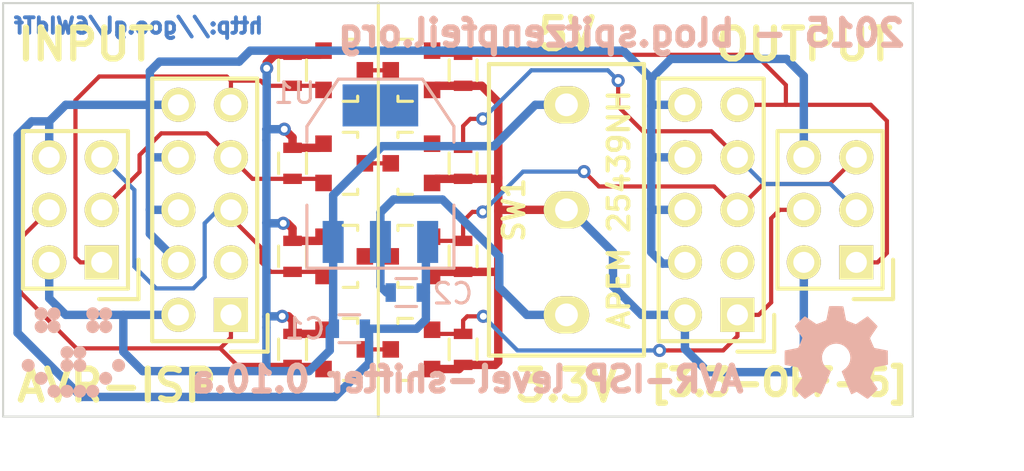
<source format=kicad_pcb>
(kicad_pcb (version 4) (host pcbnew "(2015-04-17 BZR 5608)-product")

  (general
    (links 64)
    (no_connects 0)
    (area 41.601086 39.174999 99.85 63.850001)
    (thickness 1.6)
    (drawings 16)
    (tracks 272)
    (zones 0)
    (modules 26)
    (nets 17)
  )

  (page User 140.005 140.005)
  (title_block
    (title AVR-ISP_level-shifter)
    (date "Sun 19 Apr 2015")
    (rev 0.10.a)
    (company "2015 - blog.spitzenpfeil.org")
  )

  (layers
    (0 F.Cu signal)
    (31 B.Cu signal)
    (36 B.SilkS user)
    (37 F.SilkS user)
    (38 B.Mask user)
    (39 F.Mask user)
    (42 Eco1.User user)
    (44 Edge.Cuts user)
    (47 F.CrtYd user)
    (49 F.Fab user)
  )

  (setup
    (last_trace_width 0.2032)
    (user_trace_width 0.25)
    (user_trace_width 0.5)
    (user_trace_width 0.75)
    (user_trace_width 1)
    (trace_clearance 0.2032)
    (zone_clearance 0.508)
    (zone_45_only yes)
    (trace_min 0.2032)
    (segment_width 0.15)
    (edge_width 0.1)
    (via_size 0.635)
    (via_drill 0.3302)
    (via_min_size 0.635)
    (via_min_drill 0.3302)
    (uvia_size 0.508)
    (uvia_drill 0.127)
    (uvias_allowed no)
    (uvia_min_size 0.508)
    (uvia_min_drill 0.127)
    (pcb_text_width 0.3)
    (pcb_text_size 1.5 1.5)
    (mod_edge_width 0.1)
    (mod_text_size 1.5 1.5)
    (mod_text_width 0.15)
    (pad_size 3.6576 2.032)
    (pad_drill 0)
    (pad_to_mask_clearance 0)
    (aux_axis_origin 0 0)
    (visible_elements FFFFF77F)
    (pcbplotparams
      (layerselection 0x010f0_80000001)
      (usegerberextensions true)
      (excludeedgelayer true)
      (linewidth 0.150000)
      (plotframeref false)
      (viasonmask false)
      (mode 1)
      (useauxorigin false)
      (hpglpennumber 1)
      (hpglpenspeed 20)
      (hpglpendiameter 15)
      (hpglpenoverlay 2)
      (psnegative false)
      (psa4output false)
      (plotreference true)
      (plotvalue true)
      (plotinvisibletext false)
      (padsonsilk false)
      (subtractmaskfromsilk true)
      (outputformat 1)
      (mirror false)
      (drillshape 0)
      (scaleselection 1)
      (outputdirectory gerber_files/))
  )

  (net 0 "")
  (net 1 /VCC_PRG)
  (net 2 /GND)
  (net 3 /VCC_REG)
  (net 4 /MISO_PRG)
  (net 5 /SCK_PRG)
  (net 6 /MOSI_PRG)
  (net 7 /RESET_PRG)
  (net 8 /MISO_TARGET)
  (net 9 /VCC_TARGET)
  (net 10 /SCK_TARGET)
  (net 11 /MOSI_TARGET)
  (net 12 /RESET_TARGET)
  (net 13 "Net-(Q1-Pad3)")
  (net 14 "Net-(Q3-Pad3)")
  (net 15 "Net-(Q5-Pad3)")
  (net 16 "Net-(Q7-Pad3)")

  (net_class Default "This is the default net class."
    (clearance 0.2032)
    (trace_width 0.2032)
    (via_dia 0.635)
    (via_drill 0.3302)
    (uvia_dia 0.508)
    (uvia_drill 0.127)
    (add_net /MISO_PRG)
    (add_net /MISO_TARGET)
    (add_net /MOSI_PRG)
    (add_net /MOSI_TARGET)
    (add_net /RESET_PRG)
    (add_net /RESET_TARGET)
    (add_net /SCK_PRG)
    (add_net /SCK_TARGET)
    (add_net "Net-(Q1-Pad3)")
    (add_net "Net-(Q3-Pad3)")
    (add_net "Net-(Q5-Pad3)")
    (add_net "Net-(Q7-Pad3)")
  )

  (net_class power ""
    (clearance 0.2032)
    (trace_width 0.4064)
    (via_dia 0.635)
    (via_drill 0.3302)
    (uvia_dia 0.508)
    (uvia_drill 0.127)
    (add_net /GND)
    (add_net /VCC_PRG)
    (add_net /VCC_REG)
    (add_net /VCC_TARGET)
  )

  (module Housings_SOT-23_SOT-143_TSOT-6:SOT-23 (layer F.Cu) (tedit 5533A422) (tstamp 5533A36B)
    (at 66.24822 42.5 90)
    (descr "SOT-23, Standard")
    (tags SOT-23)
    (path /55339657)
    (attr smd)
    (fp_text reference Q2 (at 0 -3.81 90) (layer F.SilkS) hide
      (effects (font (size 1 1) (thickness 0.15)))
    )
    (fp_text value BSS138 (at 0 3.81 90) (layer F.SilkS) hide
      (effects (font (size 1 1) (thickness 0.15)))
    )
    (fp_line (start 1.29916 -0.65024) (end 1.2509 -0.65024) (layer F.SilkS) (width 0.15))
    (fp_line (start -1.49982 0.0508) (end -1.49982 -0.65024) (layer F.SilkS) (width 0.15))
    (fp_line (start -1.49982 -0.65024) (end -1.2509 -0.65024) (layer F.SilkS) (width 0.15))
    (fp_line (start 1.29916 -0.65024) (end 1.49982 -0.65024) (layer F.SilkS) (width 0.15))
    (fp_line (start 1.49982 -0.65024) (end 1.49982 0.0508) (layer F.SilkS) (width 0.15))
    (pad 1 smd rect (at -0.95 1.00076 90) (size 0.8001 0.8001) (layers F.Cu F.Mask)
      (net 9 /VCC_TARGET))
    (pad 2 smd rect (at 0.95 1.00076 90) (size 0.8001 0.8001) (layers F.Cu F.Mask)
      (net 8 /MISO_TARGET))
    (pad 3 smd rect (at 0 -0.99822 90) (size 0.8001 0.8001) (layers F.Cu F.Mask)
      (net 13 "Net-(Q1-Pad3)"))
    (model Housings_SOT-23_SOT-143_TSOT-6.3dshapes/SOT-23.wrl
      (at (xyz 0 0 0))
      (scale (xyz 1 1 1))
      (rotate (xyz 0 0 0))
    )
  )

  (module DIL-Headers:DIL-3 (layer F.Cu) (tedit 5533A91B) (tstamp 5533A34F)
    (at 86.5 49.25 270)
    (descr "Male 3x2 header with 2.54mm raster")
    (tags "CONN, header, male, 3x2, 2.54mm")
    (path /5533A526)
    (fp_text reference OUTPUT1 (at 0 -3.81 270) (layer F.SilkS) hide
      (effects (font (size 1 1) (thickness 0.2)))
    )
    (fp_text value AVR-ISP-6 (at 0 3.81 270) (layer F.SilkS) hide
      (effects (font (size 1 1) (thickness 0.2)))
    )
    (fp_line (start 4.318 -3.048) (end 4.318 -1.143) (layer F.SilkS) (width 0.2))
    (fp_line (start 2.413 -3.048) (end 4.318 -3.048) (layer F.SilkS) (width 0.2))
    (fp_line (start 3.937 -2.667) (end 3.937 2.667) (layer F.CrtYd) (width 0.05))
    (fp_line (start 3.937 2.667) (end -3.937 2.667) (layer F.CrtYd) (width 0.05))
    (fp_line (start -3.937 2.667) (end -3.937 -2.667) (layer F.CrtYd) (width 0.05))
    (fp_line (start -3.937 -2.667) (end 3.937 -2.667) (layer F.CrtYd) (width 0.05))
    (fp_line (start -3.81 -2.54) (end 3.81 -2.54) (layer F.SilkS) (width 0.2))
    (fp_line (start 3.81 -2.54) (end 3.81 2.54) (layer F.SilkS) (width 0.2))
    (fp_line (start 3.81 2.54) (end -3.81 2.54) (layer F.SilkS) (width 0.2))
    (fp_line (start -3.81 2.54) (end -3.81 -2.54) (layer F.SilkS) (width 0.2))
    (pad 1 thru_hole rect (at 2.54 -1.27 270) (size 1.651 1.651) (drill 1.016) (layers *.Cu *.Mask F.SilkS)
      (net 8 /MISO_TARGET))
    (pad 2 thru_hole circle (at 2.54 1.27 270) (size 1.651 1.651) (drill 1.016) (layers *.Cu *.Mask F.SilkS)
      (net 9 /VCC_TARGET))
    (pad 3 thru_hole circle (at 0 -1.27 270) (size 1.651 1.651) (drill 1.016) (layers *.Cu *.Mask F.SilkS)
      (net 10 /SCK_TARGET))
    (pad 4 thru_hole circle (at 0 1.27 270) (size 1.651 1.651) (drill 1.016) (layers *.Cu *.Mask F.SilkS)
      (net 11 /MOSI_TARGET))
    (pad 5 thru_hole circle (at -2.54 -1.27 270) (size 1.651 1.651) (drill 1.016) (layers *.Cu *.Mask F.SilkS)
      (net 12 /RESET_TARGET))
    (pad 6 thru_hole circle (at -2.54 1.27 270) (size 1.651 1.651) (drill 1.016) (layers *.Cu *.Mask F.SilkS)
      (net 2 /GND))
  )

  (module Housings_SOT-23_SOT-143_TSOT-6:SOT-23 (layer F.Cu) (tedit 5533A553) (tstamp 5533A7F7)
    (at 66.24822 51.5 90)
    (descr "SOT-23, Standard")
    (tags SOT-23)
    (path /55339F93)
    (attr smd)
    (fp_text reference Q6 (at 0 -3.81 90) (layer F.SilkS) hide
      (effects (font (size 1 1) (thickness 0.15)))
    )
    (fp_text value BSS138 (at 0 3.81 90) (layer F.SilkS) hide
      (effects (font (size 1 1) (thickness 0.15)))
    )
    (fp_line (start 1.29916 -0.65024) (end 1.2509 -0.65024) (layer F.SilkS) (width 0.15))
    (fp_line (start -1.49982 0.0508) (end -1.49982 -0.65024) (layer F.SilkS) (width 0.15))
    (fp_line (start -1.49982 -0.65024) (end -1.2509 -0.65024) (layer F.SilkS) (width 0.15))
    (fp_line (start 1.29916 -0.65024) (end 1.49982 -0.65024) (layer F.SilkS) (width 0.15))
    (fp_line (start 1.49982 -0.65024) (end 1.49982 0.0508) (layer F.SilkS) (width 0.15))
    (pad 1 smd rect (at -0.95 1.00076 90) (size 0.8001 0.8001) (layers F.Cu F.Mask)
      (net 9 /VCC_TARGET))
    (pad 2 smd rect (at 0.95 1.00076 90) (size 0.8001 0.8001) (layers F.Cu F.Mask)
      (net 12 /RESET_TARGET))
    (pad 3 smd rect (at 0 -0.99822 90) (size 0.8001 0.8001) (layers F.Cu F.Mask)
      (net 15 "Net-(Q5-Pad3)"))
    (model Housings_SOT-23_SOT-143_TSOT-6.3dshapes/SOT-23.wrl
      (at (xyz 0 0 0))
      (scale (xyz 1 1 1))
      (rotate (xyz 0 0 0))
    )
  )

  (module Housings_SOT-23_SOT-143_TSOT-6:SOT-23 (layer F.Cu) (tedit 5533A578) (tstamp 5533A7D6)
    (at 66.24822 56 90)
    (descr "SOT-23, Standard")
    (tags SOT-23)
    (path /55339C0F)
    (attr smd)
    (fp_text reference Q8 (at 0 -3.81 90) (layer F.SilkS) hide
      (effects (font (size 1 1) (thickness 0.15)))
    )
    (fp_text value BSS138 (at 0 3.81 90) (layer F.SilkS) hide
      (effects (font (size 1 1) (thickness 0.15)))
    )
    (fp_line (start 1.29916 -0.65024) (end 1.2509 -0.65024) (layer F.SilkS) (width 0.15))
    (fp_line (start -1.49982 0.0508) (end -1.49982 -0.65024) (layer F.SilkS) (width 0.15))
    (fp_line (start -1.49982 -0.65024) (end -1.2509 -0.65024) (layer F.SilkS) (width 0.15))
    (fp_line (start 1.29916 -0.65024) (end 1.49982 -0.65024) (layer F.SilkS) (width 0.15))
    (fp_line (start 1.49982 -0.65024) (end 1.49982 0.0508) (layer F.SilkS) (width 0.15))
    (pad 1 smd rect (at -0.95 1.00076 90) (size 0.8001 0.8001) (layers F.Cu F.Mask)
      (net 9 /VCC_TARGET))
    (pad 2 smd rect (at 0.95 1.00076 90) (size 0.8001 0.8001) (layers F.Cu F.Mask)
      (net 11 /MOSI_TARGET))
    (pad 3 smd rect (at 0 -0.99822 90) (size 0.8001 0.8001) (layers F.Cu F.Mask)
      (net 16 "Net-(Q7-Pad3)"))
    (model Housings_SOT-23_SOT-143_TSOT-6.3dshapes/SOT-23.wrl
      (at (xyz 0 0 0))
      (scale (xyz 1 1 1))
      (rotate (xyz 0 0 0))
    )
  )

  (module Housings_SOT-23_SOT-143_TSOT-6:SOT-23 (layer F.Cu) (tedit 5533A54D) (tstamp 5533A7CB)
    (at 63 51.5 270)
    (descr "SOT-23, Standard")
    (tags SOT-23)
    (path /55339F8D)
    (attr smd)
    (fp_text reference Q5 (at 0 -3.81 270) (layer F.SilkS) hide
      (effects (font (size 1 1) (thickness 0.15)))
    )
    (fp_text value BSS138 (at 0 3.81 270) (layer F.SilkS) hide
      (effects (font (size 1 1) (thickness 0.15)))
    )
    (fp_line (start 1.29916 -0.65024) (end 1.2509 -0.65024) (layer F.SilkS) (width 0.15))
    (fp_line (start -1.49982 0.0508) (end -1.49982 -0.65024) (layer F.SilkS) (width 0.15))
    (fp_line (start -1.49982 -0.65024) (end -1.2509 -0.65024) (layer F.SilkS) (width 0.15))
    (fp_line (start 1.29916 -0.65024) (end 1.49982 -0.65024) (layer F.SilkS) (width 0.15))
    (fp_line (start 1.49982 -0.65024) (end 1.49982 0.0508) (layer F.SilkS) (width 0.15))
    (pad 1 smd rect (at -0.95 1.00076 270) (size 0.8001 0.8001) (layers F.Cu F.Mask)
      (net 1 /VCC_PRG))
    (pad 2 smd rect (at 0.95 1.00076 270) (size 0.8001 0.8001) (layers F.Cu F.Mask)
      (net 7 /RESET_PRG))
    (pad 3 smd rect (at 0 -0.99822 270) (size 0.8001 0.8001) (layers F.Cu F.Mask)
      (net 15 "Net-(Q5-Pad3)"))
    (model Housings_SOT-23_SOT-143_TSOT-6.3dshapes/SOT-23.wrl
      (at (xyz 0 0 0))
      (scale (xyz 1 1 1))
      (rotate (xyz 0 0 0))
    )
  )

  (module Housings_SOT-23_SOT-143_TSOT-6:SOT-23 (layer F.Cu) (tedit 5533A56F) (tstamp 5533A7C0)
    (at 63 56 270)
    (descr "SOT-23, Standard")
    (tags SOT-23)
    (path /55339C09)
    (attr smd)
    (fp_text reference Q7 (at 0 -3.81 270) (layer F.SilkS) hide
      (effects (font (size 1 1) (thickness 0.15)))
    )
    (fp_text value BSS138 (at 0 3.81 270) (layer F.SilkS) hide
      (effects (font (size 1 1) (thickness 0.15)))
    )
    (fp_line (start 1.29916 -0.65024) (end 1.2509 -0.65024) (layer F.SilkS) (width 0.15))
    (fp_line (start -1.49982 0.0508) (end -1.49982 -0.65024) (layer F.SilkS) (width 0.15))
    (fp_line (start -1.49982 -0.65024) (end -1.2509 -0.65024) (layer F.SilkS) (width 0.15))
    (fp_line (start 1.29916 -0.65024) (end 1.49982 -0.65024) (layer F.SilkS) (width 0.15))
    (fp_line (start 1.49982 -0.65024) (end 1.49982 0.0508) (layer F.SilkS) (width 0.15))
    (pad 1 smd rect (at -0.95 1.00076 270) (size 0.8001 0.8001) (layers F.Cu F.Mask)
      (net 1 /VCC_PRG))
    (pad 2 smd rect (at 0.95 1.00076 270) (size 0.8001 0.8001) (layers F.Cu F.Mask)
      (net 6 /MOSI_PRG))
    (pad 3 smd rect (at 0 -0.99822 270) (size 0.8001 0.8001) (layers F.Cu F.Mask)
      (net 16 "Net-(Q7-Pad3)"))
    (model Housings_SOT-23_SOT-143_TSOT-6.3dshapes/SOT-23.wrl
      (at (xyz 0 0 0))
      (scale (xyz 1 1 1))
      (rotate (xyz 0 0 0))
    )
  )

  (module Housings_SOT-23_SOT-143_TSOT-6:SOT-23 (layer F.Cu) (tedit 5533A530) (tstamp 5533A78C)
    (at 66.24822 47 90)
    (descr "SOT-23, Standard")
    (tags SOT-23)
    (path /55339C49)
    (attr smd)
    (fp_text reference Q4 (at 0 -3.81 90) (layer F.SilkS) hide
      (effects (font (size 1 1) (thickness 0.15)))
    )
    (fp_text value BSS138 (at 0 3.81 90) (layer F.SilkS) hide
      (effects (font (size 1 1) (thickness 0.15)))
    )
    (fp_line (start 1.29916 -0.65024) (end 1.2509 -0.65024) (layer F.SilkS) (width 0.15))
    (fp_line (start -1.49982 0.0508) (end -1.49982 -0.65024) (layer F.SilkS) (width 0.15))
    (fp_line (start -1.49982 -0.65024) (end -1.2509 -0.65024) (layer F.SilkS) (width 0.15))
    (fp_line (start 1.29916 -0.65024) (end 1.49982 -0.65024) (layer F.SilkS) (width 0.15))
    (fp_line (start 1.49982 -0.65024) (end 1.49982 0.0508) (layer F.SilkS) (width 0.15))
    (pad 1 smd rect (at -0.95 1.00076 90) (size 0.8001 0.8001) (layers F.Cu F.Mask)
      (net 9 /VCC_TARGET))
    (pad 2 smd rect (at 0.95 1.00076 90) (size 0.8001 0.8001) (layers F.Cu F.Mask)
      (net 10 /SCK_TARGET))
    (pad 3 smd rect (at 0 -0.99822 90) (size 0.8001 0.8001) (layers F.Cu F.Mask)
      (net 14 "Net-(Q3-Pad3)"))
    (model Housings_SOT-23_SOT-143_TSOT-6.3dshapes/SOT-23.wrl
      (at (xyz 0 0 0))
      (scale (xyz 1 1 1))
      (rotate (xyz 0 0 0))
    )
  )

  (module Housings_SOT-23_SOT-143_TSOT-6:SOT-23 (layer F.Cu) (tedit 5533A529) (tstamp 5533A776)
    (at 63 47 270)
    (descr "SOT-23, Standard")
    (tags SOT-23)
    (path /55339C43)
    (attr smd)
    (fp_text reference Q3 (at 0 -3.81 270) (layer F.SilkS) hide
      (effects (font (size 1 1) (thickness 0.15)))
    )
    (fp_text value BSS138 (at 0 3.81 270) (layer F.SilkS) hide
      (effects (font (size 1 1) (thickness 0.15)))
    )
    (fp_line (start 1.29916 -0.65024) (end 1.2509 -0.65024) (layer F.SilkS) (width 0.15))
    (fp_line (start -1.49982 0.0508) (end -1.49982 -0.65024) (layer F.SilkS) (width 0.15))
    (fp_line (start -1.49982 -0.65024) (end -1.2509 -0.65024) (layer F.SilkS) (width 0.15))
    (fp_line (start 1.29916 -0.65024) (end 1.49982 -0.65024) (layer F.SilkS) (width 0.15))
    (fp_line (start 1.49982 -0.65024) (end 1.49982 0.0508) (layer F.SilkS) (width 0.15))
    (pad 1 smd rect (at -0.95 1.00076 270) (size 0.8001 0.8001) (layers F.Cu F.Mask)
      (net 1 /VCC_PRG))
    (pad 2 smd rect (at 0.95 1.00076 270) (size 0.8001 0.8001) (layers F.Cu F.Mask)
      (net 5 /SCK_PRG))
    (pad 3 smd rect (at 0 -0.99822 270) (size 0.8001 0.8001) (layers F.Cu F.Mask)
      (net 14 "Net-(Q3-Pad3)"))
    (model Housings_SOT-23_SOT-143_TSOT-6.3dshapes/SOT-23.wrl
      (at (xyz 0 0 0))
      (scale (xyz 1 1 1))
      (rotate (xyz 0 0 0))
    )
  )

  (module DIL-Headers:DIL-5 (layer F.Cu) (tedit 5533A92E) (tstamp 5533A345)
    (at 56.25 49.25 270)
    (descr "Male 5x2 header with 2.54mm raster")
    (tags "CONN, header, male, 5x2, 2.54mm")
    (path /5533A253)
    (fp_text reference INPUT2 (at 1.27 -3.81 270) (layer F.SilkS) hide
      (effects (font (size 1 1) (thickness 0.2)))
    )
    (fp_text value AVR-ISP-10 (at 1.27 3.81 270) (layer F.SilkS) hide
      (effects (font (size 1 1) (thickness 0.2)))
    )
    (fp_line (start 6.5024 -2.6924) (end -6.5024 -2.6924) (layer F.CrtYd) (width 0.05))
    (fp_line (start 6.5024 2.6924) (end 6.5024 -2.6924) (layer F.CrtYd) (width 0.05))
    (fp_line (start -6.5024 2.6924) (end 6.5024 2.6924) (layer F.CrtYd) (width 0.05))
    (fp_line (start -6.5024 -2.6924) (end -6.5024 2.6924) (layer F.CrtYd) (width 0.05))
    (fp_line (start 6.858 -3.048) (end 6.858 -1.27) (layer F.SilkS) (width 0.2))
    (fp_line (start 5.08 -3.048) (end 6.858 -3.048) (layer F.SilkS) (width 0.2))
    (fp_line (start 6.35 -2.54) (end 6.35 2.54) (layer F.SilkS) (width 0.2))
    (fp_line (start -6.35 -2.54) (end 6.35 -2.54) (layer F.SilkS) (width 0.2))
    (fp_line (start 6.35 2.54) (end -6.35 2.54) (layer F.SilkS) (width 0.2))
    (fp_line (start -6.35 2.54) (end -6.35 -2.54) (layer F.SilkS) (width 0.2))
    (pad 10 thru_hole circle (at -5.08 1.27 270) (size 1.651 1.651) (drill 1.016) (layers *.Cu *.Mask F.SilkS)
      (net 2 /GND))
    (pad 9 thru_hole circle (at -5.08 -1.27 270) (size 1.651 1.651) (drill 1.016) (layers *.Cu *.Mask F.SilkS)
      (net 4 /MISO_PRG))
    (pad 1 thru_hole rect (at 5.08 -1.27 270) (size 1.651 1.651) (drill 1.016) (layers *.Cu *.Mask F.SilkS)
      (net 6 /MOSI_PRG))
    (pad 2 thru_hole circle (at 5.08 1.27 270) (size 1.651 1.651) (drill 1.016) (layers *.Cu *.Mask F.SilkS)
      (net 1 /VCC_PRG))
    (pad 3 thru_hole circle (at 2.54 -1.27 270) (size 1.651 1.651) (drill 1.016) (layers *.Cu *.Mask F.SilkS))
    (pad 4 thru_hole circle (at 2.54 1.27 270) (size 1.651 1.651) (drill 1.016) (layers *.Cu *.Mask F.SilkS)
      (net 2 /GND))
    (pad 5 thru_hole circle (at 0 -1.27 270) (size 1.651 1.651) (drill 1.016) (layers *.Cu *.Mask F.SilkS)
      (net 7 /RESET_PRG))
    (pad 6 thru_hole circle (at 0 1.27 270) (size 1.651 1.651) (drill 1.016) (layers *.Cu *.Mask F.SilkS)
      (net 2 /GND))
    (pad 7 thru_hole circle (at -2.54 -1.27 270) (size 1.651 1.651) (drill 1.016) (layers *.Cu *.Mask F.SilkS)
      (net 5 /SCK_PRG))
    (pad 8 thru_hole circle (at -2.54 1.27 270) (size 1.651 1.651) (drill 1.016) (layers *.Cu *.Mask F.SilkS)
      (net 2 /GND))
  )

  (module DIL-Headers:DIL-5 (layer F.Cu) (tedit 5533A638) (tstamp 5533A35D)
    (at 80.75 49.25 270)
    (descr "Male 5x2 header with 2.54mm raster")
    (tags "CONN, header, male, 5x2, 2.54mm")
    (path /5533A52C)
    (fp_text reference OUTPUT2 (at 1.27 -3.81 270) (layer F.SilkS) hide
      (effects (font (size 1 1) (thickness 0.2)))
    )
    (fp_text value AVR-ISP-10 (at 1.27 3.81 270) (layer F.SilkS) hide
      (effects (font (size 1 1) (thickness 0.2)))
    )
    (fp_line (start 6.5024 -2.6924) (end -6.5024 -2.6924) (layer F.CrtYd) (width 0.05))
    (fp_line (start 6.5024 2.6924) (end 6.5024 -2.6924) (layer F.CrtYd) (width 0.05))
    (fp_line (start -6.5024 2.6924) (end 6.5024 2.6924) (layer F.CrtYd) (width 0.05))
    (fp_line (start -6.5024 -2.6924) (end -6.5024 2.6924) (layer F.CrtYd) (width 0.05))
    (fp_line (start 6.858 -3.048) (end 6.858 -1.27) (layer F.SilkS) (width 0.2))
    (fp_line (start 5.08 -3.048) (end 6.858 -3.048) (layer F.SilkS) (width 0.2))
    (fp_line (start 6.35 -2.54) (end 6.35 2.54) (layer F.SilkS) (width 0.2))
    (fp_line (start -6.35 -2.54) (end 6.35 -2.54) (layer F.SilkS) (width 0.2))
    (fp_line (start 6.35 2.54) (end -6.35 2.54) (layer F.SilkS) (width 0.2))
    (fp_line (start -6.35 2.54) (end -6.35 -2.54) (layer F.SilkS) (width 0.2))
    (pad 10 thru_hole circle (at -5.08 1.27 270) (size 1.651 1.651) (drill 1.016) (layers *.Cu *.Mask F.SilkS)
      (net 2 /GND))
    (pad 9 thru_hole circle (at -5.08 -1.27 270) (size 1.651 1.651) (drill 1.016) (layers *.Cu *.Mask F.SilkS)
      (net 8 /MISO_TARGET))
    (pad 1 thru_hole rect (at 5.08 -1.27 270) (size 1.651 1.651) (drill 1.016) (layers *.Cu *.Mask F.SilkS)
      (net 11 /MOSI_TARGET))
    (pad 2 thru_hole circle (at 5.08 1.27 270) (size 1.651 1.651) (drill 1.016) (layers *.Cu *.Mask F.SilkS)
      (net 9 /VCC_TARGET))
    (pad 3 thru_hole circle (at 2.54 -1.27 270) (size 1.651 1.651) (drill 1.016) (layers *.Cu *.Mask F.SilkS))
    (pad 4 thru_hole circle (at 2.54 1.27 270) (size 1.651 1.651) (drill 1.016) (layers *.Cu *.Mask F.SilkS)
      (net 2 /GND))
    (pad 5 thru_hole circle (at 0 -1.27 270) (size 1.651 1.651) (drill 1.016) (layers *.Cu *.Mask F.SilkS)
      (net 12 /RESET_TARGET))
    (pad 6 thru_hole circle (at 0 1.27 270) (size 1.651 1.651) (drill 1.016) (layers *.Cu *.Mask F.SilkS)
      (net 2 /GND))
    (pad 7 thru_hole circle (at -2.54 -1.27 270) (size 1.651 1.651) (drill 1.016) (layers *.Cu *.Mask F.SilkS)
      (net 10 /SCK_TARGET))
    (pad 8 thru_hole circle (at -2.54 1.27 270) (size 1.651 1.651) (drill 1.016) (layers *.Cu *.Mask F.SilkS)
      (net 2 /GND))
  )

  (module Housings_SOT-23_SOT-143_TSOT-6:SOT-23 (layer F.Cu) (tedit 5533A420) (tstamp 5533A364)
    (at 63 42.5 270)
    (descr "SOT-23, Standard")
    (tags SOT-23)
    (path /55338E12)
    (attr smd)
    (fp_text reference Q1 (at 0 -3.81 270) (layer F.SilkS) hide
      (effects (font (size 1 1) (thickness 0.15)))
    )
    (fp_text value BSS138 (at 0 3.81 270) (layer F.SilkS) hide
      (effects (font (size 1 1) (thickness 0.15)))
    )
    (fp_line (start 1.29916 -0.65024) (end 1.2509 -0.65024) (layer F.SilkS) (width 0.15))
    (fp_line (start -1.49982 0.0508) (end -1.49982 -0.65024) (layer F.SilkS) (width 0.15))
    (fp_line (start -1.49982 -0.65024) (end -1.2509 -0.65024) (layer F.SilkS) (width 0.15))
    (fp_line (start 1.29916 -0.65024) (end 1.49982 -0.65024) (layer F.SilkS) (width 0.15))
    (fp_line (start 1.49982 -0.65024) (end 1.49982 0.0508) (layer F.SilkS) (width 0.15))
    (pad 1 smd rect (at -0.95 1.00076 270) (size 0.8001 0.8001) (layers F.Cu F.Mask)
      (net 1 /VCC_PRG))
    (pad 2 smd rect (at 0.95 1.00076 270) (size 0.8001 0.8001) (layers F.Cu F.Mask)
      (net 4 /MISO_PRG))
    (pad 3 smd rect (at 0 -0.99822 270) (size 0.8001 0.8001) (layers F.Cu F.Mask)
      (net 13 "Net-(Q1-Pad3)"))
    (model Housings_SOT-23_SOT-143_TSOT-6.3dshapes/SOT-23.wrl
      (at (xyz 0 0 0))
      (scale (xyz 1 1 1))
      (rotate (xyz 0 0 0))
    )
  )

  (module Switches:switch_vert_SPDT_ON-OFF-ON_TH_APEM-25439NH (layer F.Cu) (tedit 55339D18) (tstamp 5533A3CC)
    (at 73.75 49.25 90)
    (tags "switch, TH, SPDT, ON-OFF-ON, APEM 25439NH")
    (path /5533AC97)
    (fp_text reference SW1 (at 0 -2.54 90) (layer F.SilkS)
      (effects (font (size 1 1) (thickness 0.2)))
    )
    (fp_text value "APEM 25439NH" (at 0 2.54 90) (layer F.SilkS)
      (effects (font (size 1 1) (thickness 0.2)))
    )
    (fp_line (start -7.1882 3.8862) (end -7.1882 -3.8862) (layer F.CrtYd) (width 0.05))
    (fp_line (start 7.1882 3.8862) (end -7.1882 3.8862) (layer F.CrtYd) (width 0.05))
    (fp_line (start 7.1882 -3.8862) (end 7.1882 3.8862) (layer F.CrtYd) (width 0.05))
    (fp_line (start -7.1882 -3.8862) (end 7.1882 -3.8862) (layer F.CrtYd) (width 0.05))
    (fp_line (start -7.05 3.75) (end -7.05 -3.75) (layer F.SilkS) (width 0.2))
    (fp_line (start 7.05 3.75) (end -7.05 3.75) (layer F.SilkS) (width 0.2))
    (fp_line (start 7.05 -3.75) (end 7.05 3.75) (layer F.SilkS) (width 0.2))
    (fp_line (start -7.05 -3.75) (end 7.05 -3.75) (layer F.SilkS) (width 0.2))
    (pad 1 thru_hole oval (at -5.08 0 90) (size 1.8 2.2) (drill 1.1) (layers *.Cu *.Mask F.SilkS)
      (net 3 /VCC_REG))
    (pad 2 thru_hole oval (at 0 0 90) (size 1.8 2.2) (drill 1.1) (layers *.Cu *.Mask F.SilkS)
      (net 9 /VCC_TARGET))
    (pad 3 thru_hole oval (at 5.08 0 90) (size 1.8 2.2) (drill 1.1) (layers *.Cu *.Mask F.SilkS)
      (net 1 /VCC_PRG))
  )

  (module SMD_Packages:SOT-223 (layer B.Cu) (tedit 5533B880) (tstamp 5533A3D4)
    (at 64.75 47.5 180)
    (descr "module CMS SOT223 4 pins")
    (tags "CMS SOT")
    (path /553380E5)
    (attr smd)
    (fp_text reference U1 (at 4.15 3.9 180) (layer B.SilkS)
      (effects (font (size 1 1) (thickness 0.15)) (justify mirror))
    )
    (fp_text value AMS1117-3.3 (at 0 5.5 180) (layer B.SilkS) hide
      (effects (font (size 1 1) (thickness 0.15)) (justify mirror))
    )
    (fp_line (start -3.556 -1.524) (end -3.556 -4.572) (layer B.SilkS) (width 0.15))
    (fp_line (start -3.556 -4.572) (end 3.556 -4.572) (layer B.SilkS) (width 0.15))
    (fp_line (start 3.556 -4.572) (end 3.556 -1.524) (layer B.SilkS) (width 0.15))
    (fp_line (start -3.556 1.524) (end -3.556 2.286) (layer B.SilkS) (width 0.15))
    (fp_line (start -3.556 2.286) (end -2.032 4.572) (layer B.SilkS) (width 0.15))
    (fp_line (start -2.032 4.572) (end 2.032 4.572) (layer B.SilkS) (width 0.15))
    (fp_line (start 2.032 4.572) (end 3.556 2.286) (layer B.SilkS) (width 0.15))
    (fp_line (start 3.556 2.286) (end 3.556 1.524) (layer B.SilkS) (width 0.15))
    (pad 4 smd rect (at 0 3.302 180) (size 3.6576 2.032) (layers B.Cu B.Mask))
    (pad 2 smd rect (at 0 -3.302 180) (size 1.016 2.032) (layers B.Cu B.Mask)
      (net 3 /VCC_REG))
    (pad 3 smd rect (at 2.286 -3.302 180) (size 1.016 2.032) (layers B.Cu B.Mask)
      (net 1 /VCC_PRG))
    (pad 1 smd rect (at -2.286 -3.302 180) (size 1.016 2.032) (layers B.Cu B.Mask)
      (net 2 /GND))
    (model SMD_Packages.3dshapes/SOT-223.wrl
      (at (xyz 0 0 0))
      (scale (xyz 0.4 0.4 0.4))
      (rotate (xyz 0 0 0))
    )
  )

  (module DIL-Headers:DIL-3 (layer F.Cu) (tedit 5533A926) (tstamp 5533A337)
    (at 50 49.25 270)
    (descr "Male 3x2 header with 2.54mm raster")
    (tags "CONN, header, male, 3x2, 2.54mm")
    (path /5533A1E6)
    (fp_text reference INPUT1 (at 0 -3.81 270) (layer F.SilkS) hide
      (effects (font (size 1 1) (thickness 0.2)))
    )
    (fp_text value AVR-ISP-6 (at 0 3.81 270) (layer F.SilkS) hide
      (effects (font (size 1 1) (thickness 0.2)))
    )
    (fp_line (start 4.318 -3.048) (end 4.318 -1.143) (layer F.SilkS) (width 0.2))
    (fp_line (start 2.413 -3.048) (end 4.318 -3.048) (layer F.SilkS) (width 0.2))
    (fp_line (start 3.937 -2.667) (end 3.937 2.667) (layer F.CrtYd) (width 0.05))
    (fp_line (start 3.937 2.667) (end -3.937 2.667) (layer F.CrtYd) (width 0.05))
    (fp_line (start -3.937 2.667) (end -3.937 -2.667) (layer F.CrtYd) (width 0.05))
    (fp_line (start -3.937 -2.667) (end 3.937 -2.667) (layer F.CrtYd) (width 0.05))
    (fp_line (start -3.81 -2.54) (end 3.81 -2.54) (layer F.SilkS) (width 0.2))
    (fp_line (start 3.81 -2.54) (end 3.81 2.54) (layer F.SilkS) (width 0.2))
    (fp_line (start 3.81 2.54) (end -3.81 2.54) (layer F.SilkS) (width 0.2))
    (fp_line (start -3.81 2.54) (end -3.81 -2.54) (layer F.SilkS) (width 0.2))
    (pad 1 thru_hole rect (at 2.54 -1.27 270) (size 1.651 1.651) (drill 1.016) (layers *.Cu *.Mask F.SilkS)
      (net 4 /MISO_PRG))
    (pad 2 thru_hole circle (at 2.54 1.27 270) (size 1.651 1.651) (drill 1.016) (layers *.Cu *.Mask F.SilkS)
      (net 1 /VCC_PRG))
    (pad 3 thru_hole circle (at 0 -1.27 270) (size 1.651 1.651) (drill 1.016) (layers *.Cu *.Mask F.SilkS)
      (net 5 /SCK_PRG))
    (pad 4 thru_hole circle (at 0 1.27 270) (size 1.651 1.651) (drill 1.016) (layers *.Cu *.Mask F.SilkS)
      (net 6 /MOSI_PRG))
    (pad 5 thru_hole circle (at -2.54 -1.27 270) (size 1.651 1.651) (drill 1.016) (layers *.Cu *.Mask F.SilkS)
      (net 7 /RESET_PRG))
    (pad 6 thru_hole circle (at -2.54 1.27 270) (size 1.651 1.651) (drill 1.016) (layers *.Cu *.Mask F.SilkS)
      (net 2 /GND))
  )

  (module led-smile:LED_smile_silkscreen_5mm (layer B.Cu) (tedit 5533B727) (tstamp 5533B6F2)
    (at 49.9 56.15 180)
    (fp_text reference LOGO1 (at 0 -2.88036 180) (layer B.SilkS) hide
      (effects (font (size 0.127 0.127) (thickness 0.0127)) (justify mirror))
    )
    (fp_text value LED_smile_silkscreen_5mm (at 0 2.88036 180) (layer B.SilkS) hide
      (effects (font (size 0.0635 0.0635) (thickness 0.0127)) (justify mirror))
    )
    (fp_poly (pts (xy 0.94234 -2.18694) (xy 1.00584 -2.17932) (xy 1.06426 -2.159) (xy 1.08966 -2.1463)
      (xy 1.143 -2.1082) (xy 1.18618 -2.06248) (xy 1.21666 -2.00914) (xy 1.23952 -1.95326)
      (xy 1.24968 -1.8923) (xy 1.24714 -1.83134) (xy 1.2319 -1.77038) (xy 1.20396 -1.70942)
      (xy 1.18618 -1.68656) (xy 1.15824 -1.65608) (xy 1.1303 -1.63068) (xy 1.1049 -1.61036)
      (xy 1.09474 -1.60528) (xy 1.0414 -1.57988) (xy 0.98552 -1.56464) (xy 0.92202 -1.5621)
      (xy 0.9017 -1.56464) (xy 0.86868 -1.56972) (xy 0.8382 -1.57734) (xy 0.80518 -1.59004)
      (xy 0.76962 -1.61036) (xy 0.71882 -1.651) (xy 0.67564 -1.7018) (xy 0.64516 -1.75768)
      (xy 0.63754 -1.78562) (xy 0.62738 -1.8161) (xy 0.62484 -1.83896) (xy 0.62484 -1.84404)
      (xy 0.62484 -1.84404) (xy 0.6223 -1.83134) (xy 0.6223 -1.8288) (xy 0.61214 -1.78816)
      (xy 0.5969 -1.74752) (xy 0.57912 -1.71196) (xy 0.54356 -1.66624) (xy 0.4953 -1.62052)
      (xy 0.43942 -1.59004) (xy 0.37846 -1.56972) (xy 0.31242 -1.5621) (xy 0.29718 -1.5621)
      (xy 0.24638 -1.56718) (xy 0.20066 -1.58242) (xy 0.1905 -1.58496) (xy 0.13716 -1.61544)
      (xy 0.09144 -1.65354) (xy 0.0508 -1.7018) (xy 0.02286 -1.7526) (xy 0.00508 -1.80848)
      (xy 0.00508 -1.81102) (xy 0.00254 -1.82626) (xy 0 -1.83388) (xy 0 -1.83388)
      (xy -0.00254 -1.82372) (xy -0.00508 -1.80848) (xy -0.00762 -1.8034) (xy -0.0254 -1.74752)
      (xy -0.05588 -1.69672) (xy -0.09652 -1.64846) (xy -0.13208 -1.61798) (xy -0.18796 -1.5875)
      (xy -0.24638 -1.56718) (xy -0.31242 -1.5621) (xy -0.36068 -1.56464) (xy -0.42164 -1.58242)
      (xy -0.48006 -1.61036) (xy -0.52832 -1.64846) (xy -0.56896 -1.69926) (xy -0.57404 -1.70688)
      (xy -0.58928 -1.72974) (xy -0.59944 -1.75006) (xy -0.60452 -1.76276) (xy -0.61214 -1.7907)
      (xy -0.61976 -1.81864) (xy -0.6223 -1.83896) (xy -0.6223 -1.8415) (xy -0.62484 -1.84404)
      (xy -0.62738 -1.8288) (xy -0.63246 -1.79578) (xy -0.6477 -1.7526) (xy -0.66802 -1.7145)
      (xy -0.70358 -1.6637) (xy -0.75184 -1.62052) (xy -0.80772 -1.59004) (xy -0.86868 -1.56972)
      (xy -0.93472 -1.5621) (xy -0.99314 -1.56718) (xy -1.0541 -1.58496) (xy -1.10998 -1.6129)
      (xy -1.16078 -1.65608) (xy -1.18364 -1.68402) (xy -1.20904 -1.71958) (xy -1.22682 -1.75768)
      (xy -1.23698 -1.7907) (xy -1.24968 -1.8542) (xy -1.24714 -1.91516) (xy -1.2319 -1.97358)
      (xy -1.20904 -2.02692) (xy -1.17348 -2.07772) (xy -1.1303 -2.11836) (xy -1.08204 -2.15138)
      (xy -1.02362 -2.17424) (xy -0.96012 -2.1844) (xy -0.95504 -2.1844) (xy -0.89154 -2.1844)
      (xy -0.83058 -2.16916) (xy -0.7747 -2.14122) (xy -0.75438 -2.12852) (xy -0.7112 -2.09042)
      (xy -0.67564 -2.04724) (xy -0.65024 -1.99898) (xy -0.64262 -1.9812) (xy -0.635 -1.9558)
      (xy -0.62738 -1.92786) (xy -0.62484 -1.90754) (xy -0.62484 -1.89484) (xy -0.6223 -1.90754)
      (xy -0.6223 -1.9177) (xy -0.61468 -1.94564) (xy -0.60706 -1.97612) (xy -0.5969 -2.00152)
      (xy -0.58166 -2.032) (xy -0.54356 -2.0828) (xy -0.4953 -2.12598) (xy -0.43942 -2.159)
      (xy -0.37846 -2.17932) (xy -0.3683 -2.18186) (xy -0.32512 -2.18694) (xy -0.2794 -2.1844)
      (xy -0.23876 -2.17932) (xy -0.19812 -2.16408) (xy -0.1397 -2.13614) (xy -0.08636 -2.09296)
      (xy -0.08382 -2.08788) (xy -0.04826 -2.0447) (xy -0.02032 -1.99136) (xy -0.00508 -1.93802)
      (xy -0.00508 -1.93548) (xy 0 -1.92024) (xy 0 -1.91516) (xy 0 -1.92024)
      (xy 0.00254 -1.93294) (xy 0.00508 -1.93802) (xy 0.0127 -1.9685) (xy 0.02794 -2.00406)
      (xy 0.04572 -2.03962) (xy 0.07366 -2.07772) (xy 0.11938 -2.1209) (xy 0.17526 -2.15646)
      (xy 0.23622 -2.17678) (xy 0.24892 -2.17932) (xy 0.28956 -2.1844) (xy 0.33528 -2.1844)
      (xy 0.37592 -2.17932) (xy 0.41148 -2.16916) (xy 0.4699 -2.14376) (xy 0.5207 -2.10566)
      (xy 0.56388 -2.0574) (xy 0.5969 -2.00152) (xy 0.60452 -1.98374) (xy 0.61214 -1.9558)
      (xy 0.61976 -1.92786) (xy 0.6223 -1.90754) (xy 0.6223 -1.905) (xy 0.62484 -1.905)
      (xy 0.62484 -1.9177) (xy 0.62738 -1.9177) (xy 0.635 -1.95834) (xy 0.65024 -1.99898)
      (xy 0.66802 -2.03708) (xy 0.67818 -2.04978) (xy 0.71882 -2.09804) (xy 0.76708 -2.13614)
      (xy 0.82042 -2.16408) (xy 0.88138 -2.18186) (xy 0.94234 -2.18694)) (layer B.SilkS) (width 0.00254))
    (fp_poly (pts (xy -1.58242 -1.5621) (xy -1.54432 -1.55956) (xy -1.50622 -1.55702) (xy -1.46558 -1.54686)
      (xy -1.40716 -1.52146) (xy -1.35382 -1.48336) (xy -1.31064 -1.43764) (xy -1.27762 -1.38176)
      (xy -1.2573 -1.32334) (xy -1.24968 -1.25984) (xy -1.25222 -1.19634) (xy -1.27 -1.13538)
      (xy -1.29794 -1.0795) (xy -1.33858 -1.03124) (xy -1.38684 -0.98806) (xy -1.40462 -0.9779)
      (xy -1.46304 -0.9525) (xy -1.52654 -0.93726) (xy -1.59004 -0.93726) (xy -1.65608 -0.94996)
      (xy -1.70688 -0.97282) (xy -1.76022 -1.00838) (xy -1.80594 -1.0541) (xy -1.8415 -1.10998)
      (xy -1.86436 -1.17094) (xy -1.87198 -1.20396) (xy -1.87452 -1.2446) (xy -1.87198 -1.28524)
      (xy -1.8669 -1.31826) (xy -1.86436 -1.33096) (xy -1.83896 -1.39192) (xy -1.8034 -1.4478)
      (xy -1.75514 -1.49352) (xy -1.69926 -1.52908) (xy -1.67132 -1.54178) (xy -1.63576 -1.55194)
      (xy -1.60274 -1.55956) (xy -1.58242 -1.5621)) (layer B.SilkS) (width 0.00254))
    (fp_poly (pts (xy 1.56718 -1.5621) (xy 1.63322 -1.55448) (xy 1.69418 -1.53162) (xy 1.7526 -1.49606)
      (xy 1.7653 -1.4859) (xy 1.80848 -1.44018) (xy 1.8415 -1.38684) (xy 1.86436 -1.32588)
      (xy 1.87198 -1.29286) (xy 1.87452 -1.25222) (xy 1.87198 -1.21412) (xy 1.8669 -1.1811)
      (xy 1.86436 -1.16586) (xy 1.83896 -1.10236) (xy 1.8034 -1.04902) (xy 1.75768 -1.00584)
      (xy 1.70434 -0.97028) (xy 1.64338 -0.94742) (xy 1.57734 -0.93726) (xy 1.55448 -0.93726)
      (xy 1.49098 -0.94488) (xy 1.43256 -0.96266) (xy 1.37922 -0.99314) (xy 1.3335 -1.03378)
      (xy 1.29794 -1.08204) (xy 1.27 -1.13792) (xy 1.25222 -1.19888) (xy 1.24968 -1.26238)
      (xy 1.25222 -1.30048) (xy 1.25984 -1.33604) (xy 1.27508 -1.3716) (xy 1.30048 -1.41986)
      (xy 1.33858 -1.46812) (xy 1.38938 -1.50876) (xy 1.44272 -1.53924) (xy 1.50368 -1.55702)
      (xy 1.56718 -1.5621)) (layer B.SilkS) (width 0.00254))
    (fp_poly (pts (xy -2.20472 -0.93472) (xy -2.159 -0.93472) (xy -2.1209 -0.92964) (xy -2.07518 -0.91694)
      (xy -2.0193 -0.88646) (xy -1.96596 -0.84328) (xy -1.93294 -0.80518) (xy -1.90246 -0.75184)
      (xy -1.8796 -0.69088) (xy -1.87706 -0.66548) (xy -1.87452 -0.62992) (xy -1.87452 -0.59182)
      (xy -1.8796 -0.5588) (xy -1.88468 -0.54102) (xy -1.91008 -0.47752) (xy -1.94564 -0.42418)
      (xy -1.99136 -0.37846) (xy -2.04724 -0.3429) (xy -2.0701 -0.33274) (xy -2.11074 -0.32004)
      (xy -2.15138 -0.31496) (xy -2.1971 -0.31242) (xy -2.22758 -0.31496) (xy -2.2606 -0.32004)
      (xy -2.29108 -0.32766) (xy -2.32664 -0.3429) (xy -2.34696 -0.3556) (xy -2.39776 -0.3937)
      (xy -2.44094 -0.44196) (xy -2.47396 -0.49784) (xy -2.49428 -0.56134) (xy -2.49682 -0.57658)
      (xy -2.49936 -0.61468) (xy -2.49682 -0.65278) (xy -2.49428 -0.6858) (xy -2.4892 -0.70866)
      (xy -2.4638 -0.76962) (xy -2.42824 -0.82296) (xy -2.38252 -0.86868) (xy -2.32664 -0.9017)
      (xy -2.26314 -0.9271) (xy -2.24536 -0.92964) (xy -2.20472 -0.93472)) (layer B.SilkS) (width 0.00254))
    (fp_poly (pts (xy 0.3048 -0.93472) (xy 0.36576 -0.93218) (xy 0.42672 -0.9144) (xy 0.45974 -0.89916)
      (xy 0.51308 -0.86106) (xy 0.5588 -0.81534) (xy 0.59182 -0.75946) (xy 0.61468 -0.6985)
      (xy 0.61722 -0.6858) (xy 0.62484 -0.635) (xy 0.6223 -0.58674) (xy 0.6096 -0.5334)
      (xy 0.5842 -0.47244) (xy 0.54864 -0.4191) (xy 0.50038 -0.37592) (xy 0.4445 -0.3429)
      (xy 0.381 -0.32004) (xy 0.3429 -0.30988) (xy 0.36322 -0.30734) (xy 0.3683 -0.30734)
      (xy 0.41402 -0.29464) (xy 0.45974 -0.27432) (xy 0.50292 -0.24638) (xy 0.51054 -0.23876)
      (xy 0.55626 -0.19304) (xy 0.58928 -0.14224) (xy 0.61214 -0.08382) (xy 0.6223 -0.02286)
      (xy 0.6223 0.0381) (xy 0.60706 0.09906) (xy 0.58166 0.15748) (xy 0.57912 0.16002)
      (xy 0.54102 0.21082) (xy 0.49276 0.254) (xy 0.43942 0.28448) (xy 0.38354 0.30226)
      (xy 0.32258 0.30988) (xy 0.26162 0.30734) (xy 0.2032 0.2921) (xy 0.14732 0.26416)
      (xy 0.09652 0.22606) (xy 0.06858 0.19558) (xy 0.0381 0.14986) (xy 0.01524 0.1016)
      (xy 0.00254 0.05588) (xy 0.00254 0.04318) (xy 0 0.0381) (xy 0 0.04318)
      (xy -0.00254 0.05588) (xy -0.01524 0.09652) (xy -0.03302 0.14224) (xy -0.05842 0.18288)
      (xy -0.0762 0.2032) (xy -0.12192 0.24892) (xy -0.1778 0.28194) (xy -0.23622 0.30226)
      (xy -0.29972 0.31242) (xy -0.36322 0.30734) (xy -0.40386 0.29718) (xy -0.46228 0.27178)
      (xy -0.51562 0.23622) (xy -0.5588 0.1905) (xy -0.59182 0.13462) (xy -0.61468 0.07366)
      (xy -0.61976 0.04318) (xy -0.6223 -0.02032) (xy -0.61214 -0.08382) (xy -0.58928 -0.14224)
      (xy -0.55372 -0.19304) (xy -0.51054 -0.23876) (xy -0.45466 -0.27686) (xy -0.42926 -0.28702)
      (xy -0.40132 -0.29718) (xy -0.37338 -0.3048) (xy -0.35306 -0.30988) (xy -0.35052 -0.30988)
      (xy -0.35052 -0.30988) (xy -0.36576 -0.31496) (xy -0.39624 -0.32258) (xy -0.43688 -0.33782)
      (xy -0.47244 -0.3556) (xy -0.49276 -0.3683) (xy -0.53594 -0.4064) (xy -0.5715 -0.44958)
      (xy -0.59944 -0.49784) (xy -0.61468 -0.54864) (xy -0.6223 -0.60706) (xy -0.6223 -0.6604)
      (xy -0.61976 -0.67056) (xy -0.60452 -0.7366) (xy -0.57404 -0.79248) (xy -0.53086 -0.84328)
      (xy -0.4953 -0.8763) (xy -0.43942 -0.90932) (xy -0.37846 -0.92964) (xy -0.3556 -0.93218)
      (xy -0.32004 -0.93472) (xy -0.28448 -0.93218) (xy -0.25146 -0.92964) (xy -0.22606 -0.92456)
      (xy -0.20574 -0.91948) (xy -0.14478 -0.889) (xy -0.09398 -0.84836) (xy -0.0508 -0.79756)
      (xy -0.03556 -0.77216) (xy -0.01778 -0.72898) (xy -0.00508 -0.68834) (xy -0.00508 -0.6858)
      (xy 0 -0.67056) (xy 0 -0.66548) (xy 0 -0.66548) (xy 0 -0.58166)
      (xy 0 -0.58166) (xy -0.00254 -0.57404) (xy -0.00508 -0.5588) (xy -0.00508 -0.55372)
      (xy -0.0254 -0.49784) (xy -0.05334 -0.44704) (xy -0.09398 -0.39878) (xy -0.14224 -0.36068)
      (xy -0.19558 -0.33274) (xy -0.19812 -0.33274) (xy -0.22606 -0.32258) (xy -0.25146 -0.3175)
      (xy -0.2794 -0.30988) (xy -0.254 -0.3048) (xy -0.2159 -0.29718) (xy -0.16002 -0.27178)
      (xy -0.10922 -0.23622) (xy -0.06604 -0.19304) (xy -0.03302 -0.14224) (xy -0.02032 -0.1143)
      (xy -0.01016 -0.08128) (xy -0.00254 -0.05588) (xy -0.00254 -0.04318) (xy 0 -0.0381)
      (xy 0 -0.04318) (xy 0.00254 -0.05588) (xy 0.00762 -0.07874) (xy 0.02032 -0.11176)
      (xy 0.03302 -0.14224) (xy 0.0508 -0.17272) (xy 0.09144 -0.22098) (xy 0.1397 -0.26162)
      (xy 0.19558 -0.28956) (xy 0.254 -0.30734) (xy 0.28194 -0.30988) (xy 0.254 -0.3175)
      (xy 0.24892 -0.3175) (xy 0.22098 -0.32512) (xy 0.19558 -0.33274) (xy 0.1905 -0.33528)
      (xy 0.13716 -0.36322) (xy 0.09144 -0.40386) (xy 0.0508 -0.44958) (xy 0.02286 -0.50292)
      (xy 0.00508 -0.5588) (xy 0.00508 -0.56134) (xy 0.00254 -0.57658) (xy 0 -0.58166)
      (xy 0 -0.66548) (xy 0 -0.66548) (xy 0.00254 -0.6731) (xy 0.00508 -0.68834)
      (xy 0.01524 -0.72898) (xy 0.04318 -0.78486) (xy 0.08128 -0.83566) (xy 0.127 -0.8763)
      (xy 0.18288 -0.90932) (xy 0.18288 -0.90932) (xy 0.2413 -0.9271) (xy 0.3048 -0.93472)) (layer B.SilkS) (width 0.00254))
    (fp_poly (pts (xy 2.16408 -0.93472) (xy 2.21488 -0.93472) (xy 2.2606 -0.9271) (xy 2.29108 -0.91948)
      (xy 2.3495 -0.89154) (xy 2.4003 -0.85344) (xy 2.44094 -0.80518) (xy 2.47142 -0.7493)
      (xy 2.49174 -0.68834) (xy 2.49936 -0.62484) (xy 2.49682 -0.5969) (xy 2.48666 -0.5334)
      (xy 2.46126 -0.47244) (xy 2.42316 -0.41656) (xy 2.41046 -0.4064) (xy 2.36728 -0.3683)
      (xy 2.31394 -0.33782) (xy 2.2606 -0.32004) (xy 2.25806 -0.32004) (xy 2.21234 -0.31242)
      (xy 2.16154 -0.31242) (xy 2.11328 -0.32004) (xy 2.09804 -0.32512) (xy 2.03708 -0.34798)
      (xy 1.98628 -0.38354) (xy 1.9431 -0.42926) (xy 1.91008 -0.48006) (xy 1.88722 -0.53594)
      (xy 1.87452 -0.5969) (xy 1.87452 -0.6604) (xy 1.88976 -0.7239) (xy 1.91008 -0.76962)
      (xy 1.94564 -0.82296) (xy 1.9939 -0.86868) (xy 2.04724 -0.90424) (xy 2.1082 -0.9271)
      (xy 2.11582 -0.9271) (xy 2.16408 -0.93472)) (layer B.SilkS) (width 0.00254))
    (fp_poly (pts (xy -0.9271 0.93726) (xy -0.86614 0.94488) (xy -0.80518 0.9652) (xy -0.77724 0.98044)
      (xy -0.7493 1.00076) (xy -0.71882 1.02616) (xy -0.6858 1.06172) (xy -0.65532 1.11252)
      (xy -0.63246 1.17348) (xy -0.62992 1.19126) (xy -0.62484 1.2319) (xy -0.62484 1.27762)
      (xy -0.62992 1.31572) (xy -0.6477 1.36652) (xy -0.67564 1.4224) (xy -0.71374 1.46812)
      (xy -0.71882 1.47574) (xy -0.7493 1.4986) (xy -0.78232 1.52146) (xy -0.81534 1.5367)
      (xy -0.8255 1.54178) (xy -0.8509 1.5494) (xy -0.8763 1.55702) (xy -0.89408 1.55956)
      (xy -0.90424 1.55956) (xy -0.89408 1.5621) (xy -0.87884 1.56718) (xy -0.85852 1.57226)
      (xy -0.83566 1.57734) (xy -0.78994 1.6002) (xy -0.74422 1.62814) (xy -0.70612 1.66116)
      (xy -0.70104 1.66878) (xy -0.66294 1.72212) (xy -0.63754 1.78308) (xy -0.62484 1.84404)
      (xy -0.62484 1.90754) (xy -0.62738 1.92278) (xy -0.64516 1.98628) (xy -0.6731 2.04216)
      (xy -0.71628 2.0955) (xy -0.75438 2.12852) (xy -0.80772 2.159) (xy -0.86868 2.17932)
      (xy -0.88138 2.18186) (xy -0.92456 2.18694) (xy -0.96774 2.1844) (xy -1.00838 2.17932)
      (xy -1.04394 2.16662) (xy -1.09982 2.13868) (xy -1.15062 2.10058) (xy -1.19126 2.05486)
      (xy -1.22428 1.99898) (xy -1.24206 1.94056) (xy -1.2446 1.93294) (xy -1.24714 1.9177)
      (xy -1.25222 1.91262) (xy -1.25222 1.9177) (xy -1.25476 1.93294) (xy -1.25984 1.95834)
      (xy -1.27 1.98628) (xy -1.28016 2.01168) (xy -1.29032 2.02946) (xy -1.32842 2.0828)
      (xy -1.37668 2.12598) (xy -1.43256 2.159) (xy -1.49352 2.17932) (xy -1.55956 2.18694)
      (xy -1.61036 2.18186) (xy -1.66878 2.16662) (xy -1.72466 2.14122) (xy -1.75768 2.11836)
      (xy -1.8034 2.07264) (xy -1.83642 2.0193) (xy -1.86182 1.96088) (xy -1.87452 1.89992)
      (xy -1.87198 1.83896) (xy -1.85928 1.78054) (xy -1.83388 1.71958) (xy -1.79578 1.66624)
      (xy -1.74752 1.62306) (xy -1.69164 1.59004) (xy -1.62814 1.56718) (xy -1.59258 1.55956)
      (xy -1.6129 1.55702) (xy -1.6256 1.55448) (xy -1.6764 1.53924) (xy -1.72466 1.51384)
      (xy -1.77038 1.48082) (xy -1.80594 1.44272) (xy -1.8288 1.4097) (xy -1.85166 1.36652)
      (xy -1.86436 1.32588) (xy -1.87198 1.29286) (xy -1.87452 1.25222) (xy -1.87198 1.21412)
      (xy -1.8669 1.1811) (xy -1.85674 1.143) (xy -1.82626 1.08458) (xy -1.78816 1.03124)
      (xy -1.73736 0.9906) (xy -1.67894 0.96012) (xy -1.61544 0.9398) (xy -1.59766 0.93726)
      (xy -1.55956 0.93726) (xy -1.51892 0.9398) (xy -1.48336 0.94488) (xy -1.45796 0.9525)
      (xy -1.39954 0.98298) (xy -1.34874 1.02108) (xy -1.30556 1.06934) (xy -1.27508 1.12522)
      (xy -1.25476 1.18618) (xy -1.25476 1.19126) (xy -1.24968 1.2065) (xy -1.24714 1.20396)
      (xy -1.24714 1.29032) (xy -1.24968 1.29286) (xy -1.25476 1.30556) (xy -1.25476 1.3081)
      (xy -1.26492 1.35128) (xy -1.28524 1.39446) (xy -1.31064 1.4351) (xy -1.32842 1.45796)
      (xy -1.37922 1.50368) (xy -1.4351 1.53416) (xy -1.4986 1.55448) (xy -1.52908 1.5621)
      (xy -1.50622 1.56464) (xy -1.48844 1.56972) (xy -1.46812 1.5748) (xy -1.45542 1.57988)
      (xy -1.39954 1.60782) (xy -1.34874 1.64592) (xy -1.30556 1.69418) (xy -1.27508 1.74752)
      (xy -1.25476 1.80848) (xy -1.25222 1.82372) (xy -1.24968 1.83134) (xy -1.24714 1.82626)
      (xy -1.24206 1.80594) (xy -1.24206 1.80594) (xy -1.2319 1.77292) (xy -1.21666 1.73482)
      (xy -1.19634 1.7018) (xy -1.1811 1.68148) (xy -1.15316 1.651) (xy -1.12268 1.62306)
      (xy -1.0922 1.60274) (xy -1.08966 1.6002) (xy -1.0414 1.57988) (xy -0.9906 1.56464)
      (xy -0.97028 1.5621) (xy -0.99314 1.55702) (xy -1.04902 1.54178) (xy -1.1049 1.5113)
      (xy -1.1557 1.4732) (xy -1.1938 1.42494) (xy -1.20396 1.4097) (xy -1.2192 1.37922)
      (xy -1.2319 1.34874) (xy -1.24206 1.31826) (xy -1.2446 1.29794) (xy -1.2446 1.29794)
      (xy -1.24714 1.29032) (xy -1.24714 1.20396) (xy -1.24714 1.20396) (xy -1.2446 1.19126)
      (xy -1.23952 1.17348) (xy -1.23444 1.15316) (xy -1.22174 1.12014) (xy -1.19126 1.0668)
      (xy -1.14808 1.02108) (xy -1.09982 0.98298) (xy -1.04648 0.95758) (xy -0.98806 0.9398)
      (xy -0.9271 0.93726)) (layer B.SilkS) (width 0.00254))
    (fp_poly (pts (xy 0.9525 0.93726) (xy 1.01346 0.94488) (xy 1.07188 0.96774) (xy 1.12522 1.00076)
      (xy 1.17094 1.0414) (xy 1.20904 1.09474) (xy 1.23444 1.15316) (xy 1.23952 1.17348)
      (xy 1.2446 1.19126) (xy 1.2446 1.1938) (xy 1.24714 1.2065) (xy 1.24714 1.2065)
      (xy 1.24714 1.29286) (xy 1.2446 1.30048) (xy 1.23952 1.32334) (xy 1.22936 1.3589)
      (xy 1.20142 1.41478) (xy 1.16332 1.46304) (xy 1.11506 1.50368) (xy 1.05918 1.5367)
      (xy 0.99822 1.55448) (xy 0.97028 1.5621) (xy 0.9906 1.56464) (xy 0.99314 1.56718)
      (xy 1.04394 1.57988) (xy 1.0922 1.60274) (xy 1.11252 1.61544) (xy 1.143 1.64084)
      (xy 1.17348 1.67132) (xy 1.19634 1.7018) (xy 1.21412 1.72974) (xy 1.2319 1.76784)
      (xy 1.24206 1.80594) (xy 1.2446 1.82372) (xy 1.24968 1.83134) (xy 1.25222 1.82626)
      (xy 1.25476 1.80848) (xy 1.26746 1.76784) (xy 1.2954 1.70942) (xy 1.33604 1.65608)
      (xy 1.3843 1.61544) (xy 1.44272 1.58496) (xy 1.50622 1.56464) (xy 1.52908 1.5621)
      (xy 1.4986 1.55448) (xy 1.47066 1.54686) (xy 1.4097 1.52146) (xy 1.35636 1.48336)
      (xy 1.31064 1.4351) (xy 1.29794 1.41732) (xy 1.2827 1.38938) (xy 1.26746 1.35636)
      (xy 1.25984 1.3335) (xy 1.25476 1.3081) (xy 1.25476 1.3081) (xy 1.24968 1.2954)
      (xy 1.24714 1.29286) (xy 1.24714 1.2065) (xy 1.24968 1.20396) (xy 1.25476 1.18872)
      (xy 1.25984 1.16586) (xy 1.27762 1.12014) (xy 1.30302 1.07442) (xy 1.3208 1.05156)
      (xy 1.36652 1.0033) (xy 1.4224 0.97028) (xy 1.4859 0.94488) (xy 1.5113 0.9398)
      (xy 1.55702 0.93726) (xy 1.6002 0.9398) (xy 1.6383 0.94488) (xy 1.64338 0.94742)
      (xy 1.70434 0.97028) (xy 1.76022 1.00838) (xy 1.80594 1.0541) (xy 1.8415 1.10998)
      (xy 1.86436 1.17094) (xy 1.86944 1.20142) (xy 1.87452 1.2446) (xy 1.87198 1.28778)
      (xy 1.86436 1.32588) (xy 1.8542 1.3589) (xy 1.83134 1.40462) (xy 1.80594 1.44272)
      (xy 1.778 1.4732) (xy 1.7399 1.50368) (xy 1.69926 1.52908) (xy 1.68402 1.5367)
      (xy 1.65608 1.54686) (xy 1.6256 1.55448) (xy 1.60274 1.55956) (xy 1.60274 1.55956)
      (xy 1.60782 1.5621) (xy 1.62814 1.56718) (xy 1.6637 1.57988) (xy 1.70434 1.59512)
      (xy 1.73736 1.61544) (xy 1.74498 1.62052) (xy 1.78562 1.65608) (xy 1.82118 1.7018)
      (xy 1.84912 1.74752) (xy 1.85674 1.77038) (xy 1.87198 1.83388) (xy 1.87452 1.89738)
      (xy 1.86182 1.96088) (xy 1.85928 1.97358) (xy 1.83134 2.032) (xy 1.79324 2.0828)
      (xy 1.74498 2.12598) (xy 1.6891 2.159) (xy 1.62814 2.17932) (xy 1.61798 2.18186)
      (xy 1.57734 2.18694) (xy 1.52908 2.1844) (xy 1.48844 2.17932) (xy 1.48082 2.17678)
      (xy 1.41732 2.15138) (xy 1.36144 2.11582) (xy 1.31572 2.06756) (xy 1.28016 2.01168)
      (xy 1.27254 1.9939) (xy 1.26238 1.96596) (xy 1.25476 1.93802) (xy 1.25222 1.9177)
      (xy 1.25222 1.91516) (xy 1.24968 1.91262) (xy 1.24714 1.92024) (xy 1.24206 1.93802)
      (xy 1.2319 1.9812) (xy 1.20396 2.03708) (xy 1.16586 2.08534) (xy 1.12014 2.12598)
      (xy 1.06426 2.159) (xy 1.06426 2.159) (xy 1.00584 2.17932) (xy 0.94488 2.18694)
      (xy 0.88138 2.18186) (xy 0.82296 2.16408) (xy 0.7874 2.14884) (xy 0.73406 2.11074)
      (xy 0.68834 2.06502) (xy 0.65532 2.01168) (xy 0.63246 1.95072) (xy 0.62992 1.93802)
      (xy 0.6223 1.88722) (xy 0.62484 1.83896) (xy 0.63754 1.78054) (xy 0.66548 1.71958)
      (xy 0.70104 1.66878) (xy 0.7493 1.62306) (xy 0.80518 1.59004) (xy 0.87122 1.56718)
      (xy 0.88392 1.56464) (xy 0.89408 1.55956) (xy 0.89408 1.55956) (xy 0.8763 1.55702)
      (xy 0.84074 1.54686) (xy 0.8001 1.52908) (xy 0.76454 1.50876) (xy 0.72898 1.48336)
      (xy 0.6858 1.4351) (xy 0.65278 1.37922) (xy 0.6477 1.36906) (xy 0.62992 1.3081)
      (xy 0.62484 1.2446) (xy 0.63246 1.17856) (xy 0.65278 1.12014) (xy 0.66548 1.08966)
      (xy 0.6858 1.06172) (xy 0.7112 1.03124) (xy 0.71374 1.03124) (xy 0.76454 0.98806)
      (xy 0.82042 0.95758) (xy 0.88392 0.9398) (xy 0.889 0.9398) (xy 0.9525 0.93726)) (layer B.SilkS) (width 0.00254))
  )

  (module oshw-logo:OSHW-logo_silkscreen_5mm (layer B.Cu) (tedit 5533B71F) (tstamp 5533B717)
    (at 86.8 56.15 180)
    (fp_text reference LOGO2 (at 0 -2.65176 180) (layer B.SilkS) hide
      (effects (font (size 0.22606 0.22606) (thickness 0.04318)) (justify mirror))
    )
    (fp_text value OSHW-logo_silkscreen_5mm (at 0 2.65176 180) (layer B.SilkS) hide
      (effects (font (size 0.22606 0.22606) (thickness 0.04318)) (justify mirror))
    )
    (fp_poly (pts (xy -1.51384 -2.24536) (xy -1.48844 -2.23012) (xy -1.43002 -2.19456) (xy -1.3462 -2.13868)
      (xy -1.24714 -2.07264) (xy -1.14808 -2.0066) (xy -1.0668 -1.95326) (xy -1.01092 -1.91516)
      (xy -0.98552 -1.90246) (xy -0.97282 -1.90754) (xy -0.9271 -1.9304) (xy -0.85852 -1.96596)
      (xy -0.81788 -1.98628) (xy -0.75692 -2.01168) (xy -0.7239 -2.0193) (xy -0.71882 -2.00914)
      (xy -0.69596 -1.96088) (xy -0.6604 -1.8796) (xy -0.61468 -1.77038) (xy -0.5588 -1.64338)
      (xy -0.50292 -1.50876) (xy -0.4445 -1.36906) (xy -0.38862 -1.23444) (xy -0.34036 -1.11506)
      (xy -0.29972 -1.01854) (xy -0.27432 -0.94996) (xy -0.26416 -0.92202) (xy -0.2667 -0.9144)
      (xy -0.29972 -0.88392) (xy -0.35306 -0.84328) (xy -0.47244 -0.74676) (xy -0.58928 -0.60198)
      (xy -0.6604 -0.43688) (xy -0.68326 -0.25146) (xy -0.66294 -0.08128) (xy -0.5969 0.08128)
      (xy -0.4826 0.2286) (xy -0.3429 0.33782) (xy -0.18034 0.4064) (xy 0 0.42926)
      (xy 0.17272 0.40894) (xy 0.34036 0.3429) (xy 0.48768 0.23114) (xy 0.55118 0.16002)
      (xy 0.63754 0.01016) (xy 0.6858 -0.14732) (xy 0.69088 -0.18796) (xy 0.68326 -0.36322)
      (xy 0.63246 -0.5334) (xy 0.53848 -0.68326) (xy 0.40894 -0.80772) (xy 0.3937 -0.81788)
      (xy 0.33528 -0.8636) (xy 0.29464 -0.89408) (xy 0.26416 -0.91948) (xy 0.48768 -1.45796)
      (xy 0.52324 -1.54178) (xy 0.5842 -1.6891) (xy 0.63754 -1.8161) (xy 0.68072 -1.9177)
      (xy 0.7112 -1.98374) (xy 0.7239 -2.01168) (xy 0.7239 -2.01422) (xy 0.74422 -2.01676)
      (xy 0.78486 -2.00152) (xy 0.86106 -1.96596) (xy 0.90932 -1.94056) (xy 0.96774 -1.91262)
      (xy 0.99314 -1.90246) (xy 1.016 -1.91516) (xy 1.06934 -1.95072) (xy 1.15062 -2.00406)
      (xy 1.24714 -2.06756) (xy 1.33858 -2.13106) (xy 1.4224 -2.18694) (xy 1.48336 -2.22504)
      (xy 1.51384 -2.24282) (xy 1.51892 -2.24282) (xy 1.54432 -2.22758) (xy 1.59258 -2.18694)
      (xy 1.66624 -2.11836) (xy 1.77038 -2.01422) (xy 1.78562 -1.99898) (xy 1.87198 -1.91262)
      (xy 1.94056 -1.83896) (xy 1.98628 -1.78816) (xy 2.00406 -1.7653) (xy 2.00406 -1.7653)
      (xy 1.98882 -1.73482) (xy 1.95072 -1.67386) (xy 1.89484 -1.5875) (xy 1.82626 -1.48844)
      (xy 1.64846 -1.22936) (xy 1.74498 -0.98552) (xy 1.77546 -0.90932) (xy 1.81356 -0.82042)
      (xy 1.8415 -0.75438) (xy 1.85674 -0.72644) (xy 1.88214 -0.71628) (xy 1.95072 -0.70104)
      (xy 2.04724 -0.68072) (xy 2.16154 -0.6604) (xy 2.2733 -0.64008) (xy 2.37236 -0.61976)
      (xy 2.44348 -0.60706) (xy 2.4765 -0.59944) (xy 2.48412 -0.59436) (xy 2.49174 -0.57912)
      (xy 2.49428 -0.5461) (xy 2.49682 -0.48514) (xy 2.49936 -0.39116) (xy 2.49936 -0.25146)
      (xy 2.49936 -0.23622) (xy 2.49682 -0.10668) (xy 2.49428 0) (xy 2.49174 0.06604)
      (xy 2.48666 0.09398) (xy 2.48666 0.09398) (xy 2.45618 0.1016) (xy 2.38506 0.11684)
      (xy 2.286 0.13462) (xy 2.16662 0.15748) (xy 2.159 0.16002) (xy 2.04216 0.18288)
      (xy 1.9431 0.2032) (xy 1.87198 0.21844) (xy 1.84404 0.2286) (xy 1.83642 0.23622)
      (xy 1.81356 0.28194) (xy 1.78054 0.3556) (xy 1.7399 0.4445) (xy 1.7018 0.53848)
      (xy 1.66878 0.6223) (xy 1.64592 0.68326) (xy 1.6383 0.7112) (xy 1.64084 0.71374)
      (xy 1.65862 0.74168) (xy 1.69926 0.80264) (xy 1.75514 0.88646) (xy 1.82372 0.98806)
      (xy 1.8288 0.99568) (xy 1.89738 1.09474) (xy 1.95326 1.1811) (xy 1.98882 1.23952)
      (xy 2.00406 1.26746) (xy 2.00406 1.27) (xy 1.9812 1.30048) (xy 1.9304 1.35636)
      (xy 1.85674 1.43256) (xy 1.77038 1.52146) (xy 1.74244 1.54686) (xy 1.64338 1.64338)
      (xy 1.57734 1.70434) (xy 1.53416 1.73736) (xy 1.51384 1.74498) (xy 1.51384 1.74498)
      (xy 1.48336 1.7272) (xy 1.41986 1.68656) (xy 1.33604 1.62814) (xy 1.23444 1.55956)
      (xy 1.22682 1.55448) (xy 1.12776 1.4859) (xy 1.04394 1.43002) (xy 0.98552 1.38938)
      (xy 0.95758 1.37414) (xy 0.95504 1.37414) (xy 0.9144 1.38684) (xy 0.84328 1.41224)
      (xy 0.75438 1.44526) (xy 0.66294 1.48336) (xy 0.57912 1.51892) (xy 0.51562 1.54686)
      (xy 0.48514 1.56464) (xy 0.48514 1.56464) (xy 0.47498 1.6002) (xy 0.4572 1.6764)
      (xy 0.43688 1.778) (xy 0.41148 1.89992) (xy 0.40894 1.92024) (xy 0.38608 2.03962)
      (xy 0.3683 2.13868) (xy 0.35306 2.20726) (xy 0.34544 2.2352) (xy 0.3302 2.23774)
      (xy 0.27178 2.24282) (xy 0.18288 2.24536) (xy 0.07366 2.24536) (xy -0.0381 2.24536)
      (xy -0.14732 2.24282) (xy -0.2413 2.24028) (xy -0.30988 2.2352) (xy -0.33782 2.23012)
      (xy -0.33782 2.22758) (xy -0.34798 2.18948) (xy -0.36576 2.11582) (xy -0.38608 2.01168)
      (xy -0.40894 1.88976) (xy -0.41402 1.8669) (xy -0.43688 1.75006) (xy -0.4572 1.651)
      (xy -0.4699 1.58496) (xy -0.47752 1.55702) (xy -0.49022 1.55194) (xy -0.53848 1.53162)
      (xy -0.61722 1.4986) (xy -0.71628 1.45796) (xy -0.94488 1.36652) (xy -1.22682 1.55702)
      (xy -1.25222 1.5748) (xy -1.35382 1.64338) (xy -1.4351 1.69926) (xy -1.49352 1.73736)
      (xy -1.51638 1.75006) (xy -1.51892 1.75006) (xy -1.54686 1.72466) (xy -1.60274 1.67132)
      (xy -1.67894 1.59766) (xy -1.76784 1.5113) (xy -1.83134 1.44526) (xy -1.91008 1.36652)
      (xy -1.95834 1.31318) (xy -1.98628 1.28016) (xy -1.9939 1.25984) (xy -1.99136 1.2446)
      (xy -1.97358 1.21666) (xy -1.93294 1.1557) (xy -1.87452 1.06934) (xy -1.80594 0.97028)
      (xy -1.75006 0.88646) (xy -1.6891 0.79248) (xy -1.651 0.72644) (xy -1.63576 0.69342)
      (xy -1.64084 0.68072) (xy -1.65862 0.62484) (xy -1.69418 0.54102) (xy -1.73482 0.44196)
      (xy -1.83388 0.22098) (xy -1.97866 0.19304) (xy -2.06756 0.17526) (xy -2.18948 0.1524)
      (xy -2.30886 0.12954) (xy -2.49174 0.09398) (xy -2.49936 -0.58166) (xy -2.47142 -0.59436)
      (xy -2.44348 -0.60198) (xy -2.3749 -0.61722) (xy -2.27838 -0.63754) (xy -2.16154 -0.65786)
      (xy -2.06502 -0.67564) (xy -1.96596 -0.69596) (xy -1.89484 -0.70866) (xy -1.86436 -0.71628)
      (xy -1.8542 -0.72644) (xy -1.83134 -0.7747) (xy -1.79578 -0.8509) (xy -1.75514 -0.94234)
      (xy -1.71704 -1.03632) (xy -1.68148 -1.12522) (xy -1.65862 -1.19126) (xy -1.64846 -1.22428)
      (xy -1.66116 -1.25222) (xy -1.69926 -1.31064) (xy -1.7526 -1.39192) (xy -1.82118 -1.49098)
      (xy -1.88722 -1.5875) (xy -1.94564 -1.67132) (xy -1.98374 -1.73228) (xy -2.00152 -1.76022)
      (xy -1.99136 -1.778) (xy -1.95326 -1.82626) (xy -1.8796 -1.90246) (xy -1.76784 -2.01168)
      (xy -1.75006 -2.02946) (xy -1.6637 -2.11328) (xy -1.59004 -2.18186) (xy -1.5367 -2.22758)
      (xy -1.51384 -2.24536)) (layer B.SilkS) (width 0.00254))
  )

  (module Resistors_SMD:R_0603 (layer B.Cu) (tedit 5533BB32) (tstamp 5533A6C3)
    (at 63.25 55)
    (descr "Resistor SMD 0603, reflow soldering, Vishay (see dcrcw.pdf)")
    (tags "resistor 0603")
    (path /55345800)
    (attr smd)
    (fp_text reference C1 (at -2.15 0) (layer B.SilkS)
      (effects (font (size 1 1) (thickness 0.15)) (justify mirror))
    )
    (fp_text value 1µF (at 0 -1.9) (layer B.SilkS) hide
      (effects (font (size 1 1) (thickness 0.15)) (justify mirror))
    )
    (fp_line (start -1.3 0.8) (end 1.3 0.8) (layer B.CrtYd) (width 0.05))
    (fp_line (start -1.3 -0.8) (end 1.3 -0.8) (layer B.CrtYd) (width 0.05))
    (fp_line (start -1.3 0.8) (end -1.3 -0.8) (layer B.CrtYd) (width 0.05))
    (fp_line (start 1.3 0.8) (end 1.3 -0.8) (layer B.CrtYd) (width 0.05))
    (fp_line (start 0.5 -0.675) (end -0.5 -0.675) (layer B.SilkS) (width 0.15))
    (fp_line (start -0.5 0.675) (end 0.5 0.675) (layer B.SilkS) (width 0.15))
    (pad 1 smd rect (at -0.75 0) (size 0.5 0.9) (layers B.Cu B.Mask)
      (net 1 /VCC_PRG))
    (pad 2 smd rect (at 0.75 0) (size 0.5 0.9) (layers B.Cu B.Mask)
      (net 2 /GND))
    (model Resistors_SMD.3dshapes/R_0603.wrl
      (at (xyz 0 0 0))
      (scale (xyz 1 1 1))
      (rotate (xyz 0 0 0))
    )
  )

  (module Resistors_SMD:R_0603 (layer B.Cu) (tedit 5533BB23) (tstamp 5533A6C9)
    (at 66 53.25)
    (descr "Resistor SMD 0603, reflow soldering, Vishay (see dcrcw.pdf)")
    (tags "resistor 0603")
    (path /5534593E)
    (attr smd)
    (fp_text reference C2 (at 2.25 0.05) (layer B.SilkS)
      (effects (font (size 1 1) (thickness 0.15)) (justify mirror))
    )
    (fp_text value 1µF (at 0 -1.9) (layer B.SilkS) hide
      (effects (font (size 1 1) (thickness 0.15)) (justify mirror))
    )
    (fp_line (start -1.3 0.8) (end 1.3 0.8) (layer B.CrtYd) (width 0.05))
    (fp_line (start -1.3 -0.8) (end 1.3 -0.8) (layer B.CrtYd) (width 0.05))
    (fp_line (start -1.3 0.8) (end -1.3 -0.8) (layer B.CrtYd) (width 0.05))
    (fp_line (start 1.3 0.8) (end 1.3 -0.8) (layer B.CrtYd) (width 0.05))
    (fp_line (start 0.5 -0.675) (end -0.5 -0.675) (layer B.SilkS) (width 0.15))
    (fp_line (start -0.5 0.675) (end 0.5 0.675) (layer B.SilkS) (width 0.15))
    (pad 1 smd rect (at -0.75 0) (size 0.5 0.9) (layers B.Cu B.Mask)
      (net 3 /VCC_REG))
    (pad 2 smd rect (at 0.75 0) (size 0.5 0.9) (layers B.Cu B.Mask)
      (net 2 /GND))
    (model Resistors_SMD.3dshapes/R_0603.wrl
      (at (xyz 0 0 0))
      (scale (xyz 1 1 1))
      (rotate (xyz 0 0 0))
    )
  )

  (module Resistors_SMD:R_0603 (layer F.Cu) (tedit 5533BB4C) (tstamp 5533A802)
    (at 68.75 51.5 90)
    (descr "Resistor SMD 0603, reflow soldering, Vishay (see dcrcw.pdf)")
    (tags "resistor 0603")
    (path /55339F9A)
    (attr smd)
    (fp_text reference R6 (at 0 -1.9 90) (layer F.SilkS) hide
      (effects (font (size 1 1) (thickness 0.15)))
    )
    (fp_text value 1K5 (at 0 1.9 90) (layer F.SilkS) hide
      (effects (font (size 1 1) (thickness 0.15)))
    )
    (fp_line (start -1.3 -0.8) (end 1.3 -0.8) (layer F.CrtYd) (width 0.05))
    (fp_line (start -1.3 0.8) (end 1.3 0.8) (layer F.CrtYd) (width 0.05))
    (fp_line (start -1.3 -0.8) (end -1.3 0.8) (layer F.CrtYd) (width 0.05))
    (fp_line (start 1.3 -0.8) (end 1.3 0.8) (layer F.CrtYd) (width 0.05))
    (fp_line (start 0.5 0.675) (end -0.5 0.675) (layer F.SilkS) (width 0.15))
    (fp_line (start -0.5 -0.675) (end 0.5 -0.675) (layer F.SilkS) (width 0.15))
    (pad 1 smd rect (at -0.75 0 90) (size 0.5 0.9) (layers F.Cu F.Mask)
      (net 9 /VCC_TARGET))
    (pad 2 smd rect (at 0.75 0 90) (size 0.5 0.9) (layers F.Cu F.Mask)
      (net 12 /RESET_TARGET))
    (model Resistors_SMD.3dshapes/R_0603.wrl
      (at (xyz 0 0 0))
      (scale (xyz 1 1 1))
      (rotate (xyz 0 0 0))
    )
  )

  (module Resistors_SMD:R_0603 (layer F.Cu) (tedit 5533BB5C) (tstamp 5533A7EC)
    (at 68.75 56 90)
    (descr "Resistor SMD 0603, reflow soldering, Vishay (see dcrcw.pdf)")
    (tags "resistor 0603")
    (path /55339C16)
    (attr smd)
    (fp_text reference R8 (at 0 -1.9 90) (layer F.SilkS) hide
      (effects (font (size 1 1) (thickness 0.15)))
    )
    (fp_text value 1K5 (at 0 1.9 90) (layer F.SilkS) hide
      (effects (font (size 1 1) (thickness 0.15)))
    )
    (fp_line (start -1.3 -0.8) (end 1.3 -0.8) (layer F.CrtYd) (width 0.05))
    (fp_line (start -1.3 0.8) (end 1.3 0.8) (layer F.CrtYd) (width 0.05))
    (fp_line (start -1.3 -0.8) (end -1.3 0.8) (layer F.CrtYd) (width 0.05))
    (fp_line (start 1.3 -0.8) (end 1.3 0.8) (layer F.CrtYd) (width 0.05))
    (fp_line (start 0.5 0.675) (end -0.5 0.675) (layer F.SilkS) (width 0.15))
    (fp_line (start -0.5 -0.675) (end 0.5 -0.675) (layer F.SilkS) (width 0.15))
    (pad 1 smd rect (at -0.75 0 90) (size 0.5 0.9) (layers F.Cu F.Mask)
      (net 9 /VCC_TARGET))
    (pad 2 smd rect (at 0.75 0 90) (size 0.5 0.9) (layers F.Cu F.Mask)
      (net 11 /MOSI_TARGET))
    (model Resistors_SMD.3dshapes/R_0603.wrl
      (at (xyz 0 0 0))
      (scale (xyz 1 1 1))
      (rotate (xyz 0 0 0))
    )
  )

  (module Resistors_SMD:R_0603 (layer F.Cu) (tedit 5533BB61) (tstamp 5533A7E1)
    (at 60.5 56 270)
    (descr "Resistor SMD 0603, reflow soldering, Vishay (see dcrcw.pdf)")
    (tags "resistor 0603")
    (path /55339C1C)
    (attr smd)
    (fp_text reference R7 (at 0 -1.9 270) (layer F.SilkS) hide
      (effects (font (size 1 1) (thickness 0.15)))
    )
    (fp_text value 1K5 (at 0 1.9 270) (layer F.SilkS) hide
      (effects (font (size 1 1) (thickness 0.15)))
    )
    (fp_line (start -1.3 -0.8) (end 1.3 -0.8) (layer F.CrtYd) (width 0.05))
    (fp_line (start -1.3 0.8) (end 1.3 0.8) (layer F.CrtYd) (width 0.05))
    (fp_line (start -1.3 -0.8) (end -1.3 0.8) (layer F.CrtYd) (width 0.05))
    (fp_line (start 1.3 -0.8) (end 1.3 0.8) (layer F.CrtYd) (width 0.05))
    (fp_line (start 0.5 0.675) (end -0.5 0.675) (layer F.SilkS) (width 0.15))
    (fp_line (start -0.5 -0.675) (end 0.5 -0.675) (layer F.SilkS) (width 0.15))
    (pad 1 smd rect (at -0.75 0 270) (size 0.5 0.9) (layers F.Cu F.Mask)
      (net 1 /VCC_PRG))
    (pad 2 smd rect (at 0.75 0 270) (size 0.5 0.9) (layers F.Cu F.Mask)
      (net 6 /MOSI_PRG))
    (model Resistors_SMD.3dshapes/R_0603.wrl
      (at (xyz 0 0 0))
      (scale (xyz 1 1 1))
      (rotate (xyz 0 0 0))
    )
  )

  (module Resistors_SMD:R_0603 (layer F.Cu) (tedit 5533BB66) (tstamp 5533A7B5)
    (at 60.5 51.5 270)
    (descr "Resistor SMD 0603, reflow soldering, Vishay (see dcrcw.pdf)")
    (tags "resistor 0603")
    (path /55339FA0)
    (attr smd)
    (fp_text reference R5 (at 0 -1.9 270) (layer F.SilkS) hide
      (effects (font (size 1 1) (thickness 0.15)))
    )
    (fp_text value 1K5 (at 0 1.9 270) (layer F.SilkS) hide
      (effects (font (size 1 1) (thickness 0.15)))
    )
    (fp_line (start -1.3 -0.8) (end 1.3 -0.8) (layer F.CrtYd) (width 0.05))
    (fp_line (start -1.3 0.8) (end 1.3 0.8) (layer F.CrtYd) (width 0.05))
    (fp_line (start -1.3 -0.8) (end -1.3 0.8) (layer F.CrtYd) (width 0.05))
    (fp_line (start 1.3 -0.8) (end 1.3 0.8) (layer F.CrtYd) (width 0.05))
    (fp_line (start 0.5 0.675) (end -0.5 0.675) (layer F.SilkS) (width 0.15))
    (fp_line (start -0.5 -0.675) (end 0.5 -0.675) (layer F.SilkS) (width 0.15))
    (pad 1 smd rect (at -0.75 0 270) (size 0.5 0.9) (layers F.Cu F.Mask)
      (net 1 /VCC_PRG))
    (pad 2 smd rect (at 0.75 0 270) (size 0.5 0.9) (layers F.Cu F.Mask)
      (net 7 /RESET_PRG))
    (model Resistors_SMD.3dshapes/R_0603.wrl
      (at (xyz 0 0 0))
      (scale (xyz 1 1 1))
      (rotate (xyz 0 0 0))
    )
  )

  (module Resistors_SMD:R_0603 (layer F.Cu) (tedit 5533BB6A) (tstamp 5533A797)
    (at 60.5 47 270)
    (descr "Resistor SMD 0603, reflow soldering, Vishay (see dcrcw.pdf)")
    (tags "resistor 0603")
    (path /55339C56)
    (attr smd)
    (fp_text reference R3 (at 0 -1.9 270) (layer F.SilkS) hide
      (effects (font (size 1 1) (thickness 0.15)))
    )
    (fp_text value 1K5 (at 0 1.9 270) (layer F.SilkS) hide
      (effects (font (size 1 1) (thickness 0.15)))
    )
    (fp_line (start -1.3 -0.8) (end 1.3 -0.8) (layer F.CrtYd) (width 0.05))
    (fp_line (start -1.3 0.8) (end 1.3 0.8) (layer F.CrtYd) (width 0.05))
    (fp_line (start -1.3 -0.8) (end -1.3 0.8) (layer F.CrtYd) (width 0.05))
    (fp_line (start 1.3 -0.8) (end 1.3 0.8) (layer F.CrtYd) (width 0.05))
    (fp_line (start 0.5 0.675) (end -0.5 0.675) (layer F.SilkS) (width 0.15))
    (fp_line (start -0.5 -0.675) (end 0.5 -0.675) (layer F.SilkS) (width 0.15))
    (pad 1 smd rect (at -0.75 0 270) (size 0.5 0.9) (layers F.Cu F.Mask)
      (net 1 /VCC_PRG))
    (pad 2 smd rect (at 0.75 0 270) (size 0.5 0.9) (layers F.Cu F.Mask)
      (net 5 /SCK_PRG))
    (model Resistors_SMD.3dshapes/R_0603.wrl
      (at (xyz 0 0 0))
      (scale (xyz 1 1 1))
      (rotate (xyz 0 0 0))
    )
  )

  (module Resistors_SMD:R_0603 (layer F.Cu) (tedit 5533BB48) (tstamp 5533A781)
    (at 68.75 47 90)
    (descr "Resistor SMD 0603, reflow soldering, Vishay (see dcrcw.pdf)")
    (tags "resistor 0603")
    (path /55339C50)
    (attr smd)
    (fp_text reference R4 (at 0 -1.9 90) (layer F.SilkS) hide
      (effects (font (size 1 1) (thickness 0.15)))
    )
    (fp_text value 1K5 (at 0 1.9 90) (layer F.SilkS) hide
      (effects (font (size 1 1) (thickness 0.15)))
    )
    (fp_line (start -1.3 -0.8) (end 1.3 -0.8) (layer F.CrtYd) (width 0.05))
    (fp_line (start -1.3 0.8) (end 1.3 0.8) (layer F.CrtYd) (width 0.05))
    (fp_line (start -1.3 -0.8) (end -1.3 0.8) (layer F.CrtYd) (width 0.05))
    (fp_line (start 1.3 -0.8) (end 1.3 0.8) (layer F.CrtYd) (width 0.05))
    (fp_line (start 0.5 0.675) (end -0.5 0.675) (layer F.SilkS) (width 0.15))
    (fp_line (start -0.5 -0.675) (end 0.5 -0.675) (layer F.SilkS) (width 0.15))
    (pad 1 smd rect (at -0.75 0 90) (size 0.5 0.9) (layers F.Cu F.Mask)
      (net 9 /VCC_TARGET))
    (pad 2 smd rect (at 0.75 0 90) (size 0.5 0.9) (layers F.Cu F.Mask)
      (net 10 /SCK_TARGET))
    (model Resistors_SMD.3dshapes/R_0603.wrl
      (at (xyz 0 0 0))
      (scale (xyz 1 1 1))
      (rotate (xyz 0 0 0))
    )
  )

  (module Resistors_SMD:R_0603 (layer F.Cu) (tedit 5533BB3C) (tstamp 5533A39B)
    (at 60.5 42.5 270)
    (descr "Resistor SMD 0603, reflow soldering, Vishay (see dcrcw.pdf)")
    (tags "resistor 0603")
    (path /553399A8)
    (attr smd)
    (fp_text reference R1 (at 0 -1.9 270) (layer F.SilkS) hide
      (effects (font (size 1 1) (thickness 0.15)))
    )
    (fp_text value 1K5 (at 0 1.9 270) (layer F.SilkS) hide
      (effects (font (size 1 1) (thickness 0.15)))
    )
    (fp_line (start -1.3 -0.8) (end 1.3 -0.8) (layer F.CrtYd) (width 0.05))
    (fp_line (start -1.3 0.8) (end 1.3 0.8) (layer F.CrtYd) (width 0.05))
    (fp_line (start -1.3 -0.8) (end -1.3 0.8) (layer F.CrtYd) (width 0.05))
    (fp_line (start 1.3 -0.8) (end 1.3 0.8) (layer F.CrtYd) (width 0.05))
    (fp_line (start 0.5 0.675) (end -0.5 0.675) (layer F.SilkS) (width 0.15))
    (fp_line (start -0.5 -0.675) (end 0.5 -0.675) (layer F.SilkS) (width 0.15))
    (pad 1 smd rect (at -0.75 0 270) (size 0.5 0.9) (layers F.Cu F.Mask)
      (net 1 /VCC_PRG))
    (pad 2 smd rect (at 0.75 0 270) (size 0.5 0.9) (layers F.Cu F.Mask)
      (net 4 /MISO_PRG))
    (model Resistors_SMD.3dshapes/R_0603.wrl
      (at (xyz 0 0 0))
      (scale (xyz 1 1 1))
      (rotate (xyz 0 0 0))
    )
  )

  (module Resistors_SMD:R_0603 (layer F.Cu) (tedit 5533BB43) (tstamp 5533A3A1)
    (at 68.75 42.5 90)
    (descr "Resistor SMD 0603, reflow soldering, Vishay (see dcrcw.pdf)")
    (tags "resistor 0603")
    (path /55339929)
    (attr smd)
    (fp_text reference R2 (at 0 -1.9 90) (layer F.SilkS) hide
      (effects (font (size 1 1) (thickness 0.15)))
    )
    (fp_text value 1K5 (at 0 1.9 90) (layer F.SilkS) hide
      (effects (font (size 1 1) (thickness 0.15)))
    )
    (fp_line (start -1.3 -0.8) (end 1.3 -0.8) (layer F.CrtYd) (width 0.05))
    (fp_line (start -1.3 0.8) (end 1.3 0.8) (layer F.CrtYd) (width 0.05))
    (fp_line (start -1.3 -0.8) (end -1.3 0.8) (layer F.CrtYd) (width 0.05))
    (fp_line (start 1.3 -0.8) (end 1.3 0.8) (layer F.CrtYd) (width 0.05))
    (fp_line (start 0.5 0.675) (end -0.5 0.675) (layer F.SilkS) (width 0.15))
    (fp_line (start -0.5 -0.675) (end 0.5 -0.675) (layer F.SilkS) (width 0.15))
    (pad 1 smd rect (at -0.75 0 90) (size 0.5 0.9) (layers F.Cu F.Mask)
      (net 9 /VCC_TARGET))
    (pad 2 smd rect (at 0.75 0 90) (size 0.5 0.9) (layers F.Cu F.Mask)
      (net 8 /MISO_TARGET))
    (model Resistors_SMD.3dshapes/R_0603.wrl
      (at (xyz 0 0 0))
      (scale (xyz 1 1 1))
      (rotate (xyz 0 0 0))
    )
  )

  (gr_text http://goo.gl/6WIdTf (at 53.05 40.35) (layer B.Cu)
    (effects (font (size 0.75 0.75) (thickness 0.1875)) (justify mirror))
  )
  (gr_text [3.3-OFF-5] (at 84.05 57.6) (layer F.SilkS)
    (effects (font (size 1.25 1.25) (thickness 0.3)))
  )
  (gr_text "2015 - blog.spitzenpfeil.org" (at 76.4 40.7) (layer B.SilkS)
    (effects (font (size 1.25 1.25) (thickness 0.3)) (justify mirror))
  )
  (gr_text "AVR-ISP level-shifter 0.10.a" (at 68.95 57.45) (layer B.SilkS)
    (effects (font (size 1.2 1.2) (thickness 0.3)) (justify mirror))
  )
  (dimension 20 (width 0.3) (layer Eco1.User)
    (gr_text "20.000 mm" (at 93.2 49.25 90) (layer Eco1.User)
      (effects (font (size 1.5 1.5) (thickness 0.3)))
    )
    (feature1 (pts (xy 90.5 39.25) (xy 94.55 39.25)))
    (feature2 (pts (xy 90.5 59.25) (xy 94.55 59.25)))
    (crossbar (pts (xy 91.85 59.25) (xy 91.85 39.25)))
    (arrow1a (pts (xy 91.85 39.25) (xy 92.436421 40.376504)))
    (arrow1b (pts (xy 91.85 39.25) (xy 91.263579 40.376504)))
    (arrow2a (pts (xy 91.85 59.25) (xy 92.436421 58.123496)))
    (arrow2b (pts (xy 91.85 59.25) (xy 91.263579 58.123496)))
  )
  (dimension 44 (width 0.3) (layer Eco1.User)
    (gr_text "44.000 mm" (at 68.5 62.5) (layer Eco1.User)
      (effects (font (size 1.5 1.5) (thickness 0.3)))
    )
    (feature1 (pts (xy 90.5 59.25) (xy 90.5 63.85)))
    (feature2 (pts (xy 46.5 59.25) (xy 46.5 63.85)))
    (crossbar (pts (xy 46.5 61.15) (xy 90.5 61.15)))
    (arrow1a (pts (xy 90.5 61.15) (xy 89.373496 61.736421)))
    (arrow1b (pts (xy 90.5 61.15) (xy 89.373496 60.563579)))
    (arrow2a (pts (xy 46.5 61.15) (xy 47.626504 61.736421)))
    (arrow2b (pts (xy 46.5 61.15) (xy 47.626504 60.563579)))
  )
  (gr_text AVR-ISP (at 52 57.75) (layer F.SilkS)
    (effects (font (size 1.5 1.5) (thickness 0.3)))
  )
  (gr_line (start 64.65 39.25) (end 64.65 59.25) (layer F.SilkS) (width 0.15))
  (gr_text 3.3V (at 73.75 57.75) (layer F.SilkS) (tstamp 5533AEFA)
    (effects (font (size 1.5 1.5) (thickness 0.3)))
  )
  (gr_text 5V (at 73.75 40.75) (layer F.SilkS)
    (effects (font (size 1.5 1.5) (thickness 0.3)))
  )
  (gr_text OUTPUT (at 85.25 41.25) (layer F.SilkS) (tstamp 5533AEE8)
    (effects (font (size 1.5 1.5) (thickness 0.3)))
  )
  (gr_text INPUT (at 50.5 41.25) (layer F.SilkS)
    (effects (font (size 1.5 1.5) (thickness 0.3)))
  )
  (gr_line (start 46.5 59.25) (end 46.5 39.25) (layer Edge.Cuts) (width 0.1))
  (gr_line (start 90.5 59.25) (end 46.5 59.25) (layer Edge.Cuts) (width 0.1))
  (gr_line (start 90.5 39.25) (end 90.5 59.25) (layer Edge.Cuts) (width 0.1))
  (gr_line (start 46.5 39.25) (end 90.5 39.25) (layer Edge.Cuts) (width 0.1))

  (segment (start 59.25 42.1436) (end 59.25 42.399998) (width 0.4064) (layer F.Cu) (net 1))
  (segment (start 59.6436 41.75) (end 59.25 42.1436) (width 0.4064) (layer F.Cu) (net 1))
  (segment (start 60.5 41.75) (end 59.6436 41.75) (width 0.4064) (layer F.Cu) (net 1))
  (segment (start 59.25 45.333014) (end 59.25 42.84901) (width 0.4064) (layer B.Cu) (net 1))
  (segment (start 59.25 42.84901) (end 59.25 42.399998) (width 0.4064) (layer B.Cu) (net 1))
  (segment (start 59.235737 45.347277) (end 59.25 45.333014) (width 0.4064) (layer B.Cu) (net 1))
  (via (at 59.25 42.399998) (size 0.635) (drill 0.3302) (layers F.Cu B.Cu) (net 1))
  (segment (start 61.84924 41.4) (end 61.99924 41.55) (width 0.2032) (layer F.Cu) (net 1))
  (segment (start 61.84924 45.9) (end 61.99924 46.05) (width 0.2032) (layer F.Cu) (net 1) (tstamp 5533A770))
  (segment (start 61.84924 54.9) (end 61.99924 55.05) (width 0.2032) (layer F.Cu) (net 1) (tstamp 5533A7A7))
  (segment (start 61.84924 50.4) (end 61.99924 50.55) (width 0.2032) (layer F.Cu) (net 1) (tstamp 5533A7B2))
  (segment (start 62.464 54.836) (end 62.3 55) (width 0.4064) (layer B.Cu) (net 1))
  (segment (start 62.464 50.802) (end 62.464 54.836) (width 0.4064) (layer B.Cu) (net 1))
  (segment (start 62.464 50.802) (end 62.464 48.536) (width 0.4064) (layer B.Cu) (net 1))
  (segment (start 62.464 48.536) (end 64.83 46.17) (width 0.4064) (layer B.Cu) (net 1))
  (segment (start 72.2436 44.17) (end 73.75 44.17) (width 0.4064) (layer B.Cu) (net 1))
  (segment (start 70.2436 46.17) (end 72.2436 44.17) (width 0.4064) (layer B.Cu) (net 1))
  (segment (start 64.83 46.17) (end 70.2436 46.17) (width 0.4064) (layer B.Cu) (net 1))
  (segment (start 48.73 53.53) (end 48.73 51.79) (width 0.4064) (layer B.Cu) (net 1))
  (segment (start 49.53 54.33) (end 48.73 53.53) (width 0.4064) (layer B.Cu) (net 1))
  (segment (start 54.98 54.33) (end 52.315443 54.33) (width 0.4064) (layer B.Cu) (net 1))
  (segment (start 52.315443 54.33) (end 49.53 54.33) (width 0.4064) (layer B.Cu) (net 1))
  (segment (start 62.3 56.05) (end 62.3 55) (width 0.4064) (layer B.Cu) (net 1))
  (segment (start 61.3 57.05) (end 62.3 56.05) (width 0.4064) (layer B.Cu) (net 1))
  (segment (start 52.315443 56.115443) (end 53.25 57.05) (width 0.4064) (layer B.Cu) (net 1))
  (segment (start 52.315443 54.33) (end 52.315443 56.115443) (width 0.4064) (layer B.Cu) (net 1))
  (segment (start 59.235737 57.05) (end 61.3 57.05) (width 0.4064) (layer B.Cu) (net 1))
  (segment (start 53.25 57.05) (end 59.235737 57.05) (width 0.4064) (layer B.Cu) (net 1))
  (segment (start 59.235737 45.884378) (end 59.235737 49.879509) (width 0.4064) (layer B.Cu) (net 1))
  (segment (start 59.235737 54.94219) (end 59.235737 57.05) (width 0.4064) (layer B.Cu) (net 1))
  (segment (start 61.79924 41.75) (end 61.99924 41.55) (width 0.4064) (layer F.Cu) (net 1))
  (segment (start 60.5 41.75) (end 61.79924 41.75) (width 0.4064) (layer F.Cu) (net 1))
  (segment (start 61.79924 46.25) (end 61.99924 46.05) (width 0.4064) (layer F.Cu) (net 1))
  (segment (start 60.5 46.25) (end 61.79924 46.25) (width 0.4064) (layer F.Cu) (net 1))
  (segment (start 61.79924 50.75) (end 61.99924 50.55) (width 0.4064) (layer F.Cu) (net 1))
  (segment (start 60.5 50.75) (end 61.79924 50.75) (width 0.4064) (layer F.Cu) (net 1))
  (segment (start 61.79924 55.25) (end 61.99924 55.05) (width 0.4064) (layer F.Cu) (net 1))
  (segment (start 60.5 55.25) (end 61.79924 55.25) (width 0.4064) (layer F.Cu) (net 1))
  (via (at 60 54.4) (size 0.635) (drill 0.3302) (layers F.Cu B.Cu) (net 1))
  (segment (start 59.255633 54.4) (end 59.235737 54.419896) (width 0.4064) (layer B.Cu) (net 1))
  (segment (start 60 54.4) (end 59.255633 54.4) (width 0.4064) (layer B.Cu) (net 1))
  (segment (start 59.235737 54.419896) (end 59.235737 54.94219) (width 0.4064) (layer B.Cu) (net 1))
  (segment (start 59.235737 49.879509) (end 59.235737 54.419896) (width 0.4064) (layer B.Cu) (net 1))
  (via (at 60.05 49.9) (size 0.635) (drill 0.3302) (layers F.Cu B.Cu) (net 1))
  (segment (start 59.256228 49.9) (end 59.235737 49.879509) (width 0.4064) (layer B.Cu) (net 1))
  (segment (start 60.05 49.9) (end 59.256228 49.9) (width 0.4064) (layer B.Cu) (net 1))
  (segment (start 59.235737 45.347277) (end 59.235737 45.884378) (width 0.4064) (layer B.Cu) (net 1))
  (segment (start 60.5 45.75) (end 60.1 45.35) (width 0.4064) (layer F.Cu) (net 1))
  (via (at 60.1 45.35) (size 0.635) (drill 0.3302) (layers F.Cu B.Cu) (net 1))
  (segment (start 60.5 46.25) (end 60.5 45.75) (width 0.4064) (layer F.Cu) (net 1))
  (segment (start 59.23846 45.35) (end 59.235737 45.347277) (width 0.4064) (layer B.Cu) (net 1))
  (segment (start 60.1 45.35) (end 59.23846 45.35) (width 0.4064) (layer B.Cu) (net 1))
  (segment (start 60.25 49.9) (end 60.05 49.9) (width 0.4064) (layer F.Cu) (net 1))
  (segment (start 60.5 50.15) (end 60.25 49.9) (width 0.4064) (layer F.Cu) (net 1))
  (segment (start 60.5 50.75) (end 60.5 50.15) (width 0.4064) (layer F.Cu) (net 1))
  (segment (start 60.3 54.4) (end 60 54.4) (width 0.4064) (layer F.Cu) (net 1))
  (segment (start 60.5 54.6) (end 60.3 54.4) (width 0.4064) (layer F.Cu) (net 1))
  (segment (start 60.5 55.25) (end 60.5 54.6) (width 0.4064) (layer F.Cu) (net 1))
  (segment (start 53.599062 44.17) (end 53.6 44.169062) (width 0.4064) (layer B.Cu) (net 2))
  (segment (start 53.6 44.169062) (end 53.6 42.55) (width 0.4064) (layer B.Cu) (net 2))
  (segment (start 53.6 42.55) (end 54.0694 42.0806) (width 0.4064) (layer B.Cu) (net 2))
  (segment (start 58.45 41.55) (end 76.5 41.55) (width 0.4064) (layer B.Cu) (net 2))
  (segment (start 54.0694 42.0806) (end 57.9194 42.0806) (width 0.4064) (layer B.Cu) (net 2))
  (segment (start 57.9194 42.0806) (end 58.45 41.55) (width 0.4064) (layer B.Cu) (net 2))
  (segment (start 76.5 41.55) (end 77.85 42.9) (width 0.4064) (layer B.Cu) (net 2))
  (segment (start 66.95 50.888) (end 67.036 50.802) (width 0.4064) (layer B.Cu) (net 2))
  (segment (start 66.95 53.25) (end 66.95 50.888) (width 0.4064) (layer B.Cu) (net 2))
  (segment (start 64.2 55) (end 66.5 55) (width 0.4064) (layer B.Cu) (net 2))
  (segment (start 66.95 54.55) (end 66.95 53.25) (width 0.4064) (layer B.Cu) (net 2))
  (segment (start 66.5 55) (end 66.95 54.55) (width 0.4064) (layer B.Cu) (net 2))
  (segment (start 79.42 51.85) (end 79.48 51.79) (width 0.4064) (layer B.Cu) (net 2))
  (segment (start 78.4 51.85) (end 79.42 51.85) (width 0.4064) (layer B.Cu) (net 2))
  (segment (start 77.85 51.3) (end 78.4 51.85) (width 0.4064) (layer B.Cu) (net 2))
  (segment (start 77.886936 49.25) (end 77.85 49.213064) (width 0.4064) (layer B.Cu) (net 2))
  (segment (start 79.48 49.25) (end 77.886936 49.25) (width 0.4064) (layer B.Cu) (net 2))
  (segment (start 77.85 49.213064) (end 77.85 51.3) (width 0.4064) (layer B.Cu) (net 2))
  (segment (start 79.48 46.71) (end 77.928761 46.71) (width 0.4064) (layer B.Cu) (net 2))
  (segment (start 77.928761 46.71) (end 77.85 46.788761) (width 0.4064) (layer B.Cu) (net 2))
  (segment (start 77.85 46.788761) (end 77.85 49.213064) (width 0.4064) (layer B.Cu) (net 2))
  (segment (start 84.4 41.95) (end 85.23 42.78) (width 0.4064) (layer B.Cu) (net 2))
  (segment (start 78.8 41.95) (end 84.4 41.95) (width 0.4064) (layer B.Cu) (net 2))
  (segment (start 85.23 42.78) (end 85.23 46.71) (width 0.4064) (layer B.Cu) (net 2))
  (segment (start 77.85 42.9) (end 78.8 41.95) (width 0.4064) (layer B.Cu) (net 2))
  (segment (start 48.73 46.71) (end 48.73 44.97) (width 0.4064) (layer B.Cu) (net 2))
  (segment (start 48.73 44.97) (end 49.53 44.17) (width 0.4064) (layer B.Cu) (net 2))
  (segment (start 49.53 44.17) (end 53.599062 44.17) (width 0.4064) (layer B.Cu) (net 2))
  (segment (start 53.599062 44.17) (end 54.98 44.17) (width 0.4064) (layer B.Cu) (net 2))
  (segment (start 53.6 50.41) (end 54.98 51.79) (width 0.4064) (layer B.Cu) (net 2))
  (segment (start 53.608446 49.25) (end 54.98 49.25) (width 0.4064) (layer B.Cu) (net 2))
  (segment (start 53.6 49.241554) (end 53.608446 49.25) (width 0.4064) (layer B.Cu) (net 2))
  (segment (start 53.6 49.241554) (end 53.6 50.41) (width 0.4064) (layer B.Cu) (net 2))
  (segment (start 53.671615 46.71) (end 54.98 46.71) (width 0.4064) (layer B.Cu) (net 2))
  (segment (start 53.6 46.638385) (end 53.671615 46.71) (width 0.4064) (layer B.Cu) (net 2))
  (segment (start 53.6 46.638385) (end 53.6 49.241554) (width 0.4064) (layer B.Cu) (net 2))
  (segment (start 77.907456 44.17) (end 79.48 44.17) (width 0.4064) (layer B.Cu) (net 2))
  (segment (start 77.85 44.227456) (end 77.907456 44.17) (width 0.4064) (layer B.Cu) (net 2))
  (segment (start 77.85 46.788761) (end 77.85 44.227456) (width 0.4064) (layer B.Cu) (net 2))
  (segment (start 77.85 44.227456) (end 77.85 42.9) (width 0.4064) (layer B.Cu) (net 2))
  (segment (start 53.6 44.170938) (end 53.599062 44.17) (width 0.4064) (layer B.Cu) (net 2))
  (segment (start 53.6 46.638385) (end 53.6 44.170938) (width 0.4064) (layer B.Cu) (net 2))
  (segment (start 64.2 56.65) (end 64.2 55) (width 0.4064) (layer B.Cu) (net 2))
  (segment (start 62.55 58.3) (end 64.2 56.65) (width 0.4064) (layer B.Cu) (net 2))
  (segment (start 50.3 58.3) (end 62.55 58.3) (width 0.4064) (layer B.Cu) (net 2))
  (segment (start 47.2 55.2) (end 50.3 58.3) (width 0.4064) (layer B.Cu) (net 2))
  (segment (start 47.2 45.65) (end 47.2 55.2) (width 0.4064) (layer B.Cu) (net 2))
  (segment (start 47.88 44.97) (end 47.2 45.65) (width 0.4064) (layer B.Cu) (net 2))
  (segment (start 48.73 44.97) (end 47.88 44.97) (width 0.4064) (layer B.Cu) (net 2))
  (segment (start 64.75 52.95) (end 65.05 53.25) (width 0.4064) (layer B.Cu) (net 3))
  (segment (start 64.75 50.802) (end 64.75 52.95) (width 0.4064) (layer B.Cu) (net 3))
  (segment (start 71.83 54.33) (end 73.75 54.33) (width 0.4064) (layer B.Cu) (net 3))
  (segment (start 70.5 53) (end 71.83 54.33) (width 0.4064) (layer B.Cu) (net 3))
  (segment (start 70.5 51.5) (end 70.5 53) (width 0.4064) (layer B.Cu) (net 3))
  (segment (start 67.75 48.75) (end 70.5 51.5) (width 0.4064) (layer B.Cu) (net 3))
  (segment (start 64.75 49.3796) (end 65.3796 48.75) (width 0.4064) (layer B.Cu) (net 3))
  (segment (start 65.3796 48.75) (end 67.75 48.75) (width 0.4064) (layer B.Cu) (net 3))
  (segment (start 64.75 50.802) (end 64.75 49.3796) (width 0.4064) (layer B.Cu) (net 3))
  (segment (start 61.84924 43.6) (end 61.99924 43.45) (width 0.2032) (layer F.Cu) (net 4))
  (segment (start 50.2413 51.79) (end 51.27 51.79) (width 0.2032) (layer F.Cu) (net 4))
  (segment (start 50 51.5487) (end 50.2413 51.79) (width 0.2032) (layer F.Cu) (net 4))
  (segment (start 50 43.95) (end 50 51.5487) (width 0.2032) (layer F.Cu) (net 4))
  (segment (start 51.15 42.8) (end 50 43.95) (width 0.2032) (layer F.Cu) (net 4))
  (segment (start 57.317433 42.8) (end 51.15 42.8) (width 0.2032) (layer F.Cu) (net 4))
  (segment (start 57.52 43.002567) (end 57.317433 42.8) (width 0.2032) (layer F.Cu) (net 4))
  (segment (start 57.52 44.17) (end 57.52 43.002567) (width 0.2032) (layer F.Cu) (net 4))
  (segment (start 57.52 43.002567) (end 58.952567 43.002567) (width 0.2032) (layer F.Cu) (net 4))
  (segment (start 61.79924 43.25) (end 61.99924 43.45) (width 0.2032) (layer F.Cu) (net 4))
  (segment (start 60.5 43.25) (end 61.79924 43.25) (width 0.2032) (layer F.Cu) (net 4))
  (segment (start 59.2 43.25) (end 60.5 43.25) (width 0.2032) (layer F.Cu) (net 4))
  (segment (start 58.952567 43.002567) (end 59.2 43.25) (width 0.2032) (layer F.Cu) (net 4))
  (segment (start 56.36 45.55) (end 57.52 46.71) (width 0.2032) (layer F.Cu) (net 5))
  (segment (start 54.15 45.55) (end 56.36 45.55) (width 0.2032) (layer F.Cu) (net 5))
  (segment (start 53.1 46.6) (end 54.15 45.55) (width 0.2032) (layer F.Cu) (net 5))
  (segment (start 53.1 47.42) (end 53.1 46.6) (width 0.2032) (layer F.Cu) (net 5))
  (segment (start 51.27 49.25) (end 53.1 47.42) (width 0.2032) (layer F.Cu) (net 5))
  (segment (start 61.84924 48.1) (end 61.99924 47.95) (width 0.2032) (layer F.Cu) (net 5) (tstamp 5533A76E))
  (segment (start 61.79924 47.75) (end 61.99924 47.95) (width 0.2032) (layer F.Cu) (net 5))
  (segment (start 60.5 47.75) (end 61.79924 47.75) (width 0.2032) (layer F.Cu) (net 5))
  (segment (start 58.56 47.75) (end 57.52 46.71) (width 0.2032) (layer F.Cu) (net 5))
  (segment (start 60.5 47.75) (end 58.56 47.75) (width 0.2032) (layer F.Cu) (net 5))
  (segment (start 61.84924 57.1) (end 61.99924 56.95) (width 0.2032) (layer F.Cu) (net 6) (tstamp 5533A7A6))
  (segment (start 50.05 55.95) (end 57 55.95) (width 0.2032) (layer F.Cu) (net 6))
  (segment (start 57.52 55.43) (end 57.52 54.33) (width 0.2032) (layer F.Cu) (net 6))
  (segment (start 47.35 53.25) (end 50.05 55.95) (width 0.2032) (layer F.Cu) (net 6))
  (segment (start 47.35 50.63) (end 47.35 53.25) (width 0.2032) (layer F.Cu) (net 6))
  (segment (start 57 55.95) (end 57.52 55.43) (width 0.2032) (layer F.Cu) (net 6))
  (segment (start 48.73 49.25) (end 47.35 50.63) (width 0.2032) (layer F.Cu) (net 6))
  (segment (start 61.79924 56.75) (end 61.99924 56.95) (width 0.2032) (layer F.Cu) (net 6))
  (segment (start 60.5 56.75) (end 61.79924 56.75) (width 0.2032) (layer F.Cu) (net 6))
  (segment (start 57.8 56.75) (end 57.742002 56.692002) (width 0.2032) (layer F.Cu) (net 6))
  (segment (start 60.5 56.75) (end 57.8 56.75) (width 0.2032) (layer F.Cu) (net 6))
  (segment (start 57 55.95) (end 57.742002 56.692002) (width 0.2032) (layer F.Cu) (net 6))
  (segment (start 56.9 49.25) (end 57.52 49.25) (width 0.2032) (layer B.Cu) (net 7))
  (segment (start 56.25 49.9) (end 56.9 49.25) (width 0.2032) (layer B.Cu) (net 7))
  (segment (start 56.25 52.5) (end 56.25 49.9) (width 0.2032) (layer B.Cu) (net 7))
  (segment (start 55.7 53.05) (end 56.25 52.5) (width 0.2032) (layer B.Cu) (net 7))
  (segment (start 53.9 53.05) (end 55.7 53.05) (width 0.2032) (layer B.Cu) (net 7))
  (segment (start 52.85 52) (end 53.9 53.05) (width 0.2032) (layer B.Cu) (net 7))
  (segment (start 52.85 48.29) (end 52.85 52) (width 0.2032) (layer B.Cu) (net 7))
  (segment (start 51.27 46.71) (end 52.85 48.29) (width 0.2032) (layer B.Cu) (net 7))
  (segment (start 61.84924 52.6) (end 61.99924 52.45) (width 0.2032) (layer F.Cu) (net 7) (tstamp 5533A7B1))
  (segment (start 59 51.1) (end 59 51.8) (width 0.2032) (layer F.Cu) (net 7))
  (segment (start 57.52 49.62) (end 59 51.1) (width 0.2032) (layer F.Cu) (net 7))
  (segment (start 57.52 49.25) (end 57.52 49.62) (width 0.2032) (layer F.Cu) (net 7))
  (segment (start 59.45 52.25) (end 60.5 52.25) (width 0.2032) (layer F.Cu) (net 7))
  (segment (start 59 51.8) (end 59.45 52.25) (width 0.2032) (layer F.Cu) (net 7))
  (segment (start 61.79924 52.25) (end 61.99924 52.45) (width 0.2032) (layer F.Cu) (net 7))
  (segment (start 60.5 52.25) (end 61.79924 52.25) (width 0.2032) (layer F.Cu) (net 7))
  (segment (start 88.47 44.17) (end 89.25 44.95) (width 0.2032) (layer F.Cu) (net 8))
  (segment (start 88.7987 51.79) (end 87.77 51.79) (width 0.2032) (layer F.Cu) (net 8))
  (segment (start 89.25 51.3387) (end 88.7987 51.79) (width 0.2032) (layer F.Cu) (net 8))
  (segment (start 89.25 44.95) (end 89.25 51.3387) (width 0.2032) (layer F.Cu) (net 8))
  (segment (start 84.362254 44.17) (end 88.47 44.17) (width 0.2032) (layer F.Cu) (net 8))
  (segment (start 84.362254 43.212254) (end 84.362254 44.17) (width 0.2032) (layer F.Cu) (net 8))
  (segment (start 82.02 44.17) (end 84.362254 44.17) (width 0.2032) (layer F.Cu) (net 8))
  (segment (start 67.44898 41.75) (end 67.24898 41.55) (width 0.2032) (layer F.Cu) (net 8))
  (segment (start 68.75 41.75) (end 67.44898 41.75) (width 0.2032) (layer F.Cu) (net 8))
  (segment (start 82.9 41.75) (end 83.119037 41.969037) (width 0.2032) (layer F.Cu) (net 8))
  (segment (start 68.75 41.75) (end 82.9 41.75) (width 0.2032) (layer F.Cu) (net 8))
  (segment (start 83.119037 41.969037) (end 84.362254 43.212254) (width 0.2032) (layer F.Cu) (net 8))
  (segment (start 77.38 54.33) (end 79.48 54.33) (width 0.4064) (layer B.Cu) (net 9))
  (segment (start 76 52.95) (end 77.38 54.33) (width 0.4064) (layer B.Cu) (net 9))
  (segment (start 76 51.3) (end 76 52.95) (width 0.4064) (layer B.Cu) (net 9))
  (segment (start 73.95 49.25) (end 76 51.3) (width 0.4064) (layer B.Cu) (net 9))
  (segment (start 73.75 49.25) (end 73.95 49.25) (width 0.4064) (layer B.Cu) (net 9))
  (segment (start 85.23 56.52) (end 85.23 51.79) (width 0.4064) (layer B.Cu) (net 9))
  (segment (start 84.65 57.1) (end 85.23 56.52) (width 0.4064) (layer B.Cu) (net 9))
  (segment (start 80.6 57.1) (end 84.65 57.1) (width 0.4064) (layer B.Cu) (net 9))
  (segment (start 79.48 55.98) (end 80.6 57.1) (width 0.4064) (layer B.Cu) (net 9))
  (segment (start 79.48 54.33) (end 79.48 55.98) (width 0.4064) (layer B.Cu) (net 9))
  (segment (start 70.45 52.58314) (end 70.45 56.6) (width 0.4064) (layer F.Cu) (net 9))
  (segment (start 70.45 49.305668) (end 70.505668 49.25) (width 0.4064) (layer F.Cu) (net 9))
  (segment (start 70.505668 49.25) (end 73.75 49.25) (width 0.4064) (layer F.Cu) (net 9))
  (segment (start 70.3 56.75) (end 70.45 56.6) (width 0.4064) (layer F.Cu) (net 9))
  (segment (start 68.75 56.75) (end 70.3 56.75) (width 0.4064) (layer F.Cu) (net 9))
  (segment (start 68.55 56.95) (end 68.75 56.75) (width 0.4064) (layer F.Cu) (net 9))
  (segment (start 67.24898 56.95) (end 68.55 56.95) (width 0.4064) (layer F.Cu) (net 9))
  (segment (start 67.44898 52.25) (end 67.24898 52.45) (width 0.4064) (layer F.Cu) (net 9))
  (segment (start 68.75 52.25) (end 67.44898 52.25) (width 0.4064) (layer F.Cu) (net 9))
  (segment (start 67.44898 47.75) (end 67.24898 47.95) (width 0.4064) (layer F.Cu) (net 9))
  (segment (start 68.75 47.75) (end 67.44898 47.75) (width 0.4064) (layer F.Cu) (net 9))
  (segment (start 67.44898 43.25) (end 67.24898 43.45) (width 0.4064) (layer F.Cu) (net 9))
  (segment (start 68.75 43.25) (end 67.44898 43.25) (width 0.4064) (layer F.Cu) (net 9))
  (segment (start 70.45 48.001852) (end 70.45 49.305668) (width 0.4064) (layer F.Cu) (net 9))
  (segment (start 69.65 43.25) (end 70.45 44.05) (width 0.4064) (layer F.Cu) (net 9))
  (segment (start 68.75 43.25) (end 69.65 43.25) (width 0.4064) (layer F.Cu) (net 9))
  (segment (start 70.39358 47.75) (end 68.75 47.75) (width 0.4064) (layer F.Cu) (net 9))
  (segment (start 70.45 44.05) (end 70.45 47.69358) (width 0.4064) (layer F.Cu) (net 9))
  (segment (start 70.45 47.69358) (end 70.39358 47.75) (width 0.4064) (layer F.Cu) (net 9))
  (segment (start 70.45 47.69358) (end 70.45 48.001852) (width 0.4064) (layer F.Cu) (net 9))
  (segment (start 70.426618 52.25) (end 68.75 52.25) (width 0.4064) (layer F.Cu) (net 9))
  (segment (start 70.45 52.226618) (end 70.426618 52.25) (width 0.4064) (layer F.Cu) (net 9))
  (segment (start 70.45 49.305668) (end 70.45 52.226618) (width 0.4064) (layer F.Cu) (net 9))
  (segment (start 70.45 52.226618) (end 70.45 52.58314) (width 0.4064) (layer F.Cu) (net 9))
  (segment (start 86.944501 48.424501) (end 87.77 49.25) (width 0.2032) (layer B.Cu) (net 10))
  (segment (start 86.52 48) (end 86.944501 48.424501) (width 0.2032) (layer B.Cu) (net 10))
  (segment (start 83.31 48) (end 86.52 48) (width 0.2032) (layer B.Cu) (net 10))
  (segment (start 82.02 46.71) (end 83.31 48) (width 0.2032) (layer B.Cu) (net 10))
  (via (at 69.7 44.85) (size 0.635) (drill 0.3302) (layers F.Cu B.Cu) (net 10))
  (segment (start 69.7 44.85) (end 72.05 42.5) (width 0.2032) (layer B.Cu) (net 10))
  (via (at 76.25 43) (size 0.635) (drill 0.3302) (layers F.Cu B.Cu) (net 10))
  (segment (start 75.75 42.5) (end 76.25 43) (width 0.2032) (layer B.Cu) (net 10))
  (segment (start 72.05 42.5) (end 75.75 42.5) (width 0.2032) (layer B.Cu) (net 10))
  (segment (start 81.194501 45.884501) (end 82.02 46.71) (width 0.2032) (layer F.Cu) (net 10))
  (segment (start 77.45 45.45) (end 80.76 45.45) (width 0.2032) (layer F.Cu) (net 10))
  (segment (start 76.25 44.25) (end 77.45 45.45) (width 0.2032) (layer F.Cu) (net 10))
  (segment (start 80.76 45.45) (end 81.194501 45.884501) (width 0.2032) (layer F.Cu) (net 10))
  (segment (start 76.25 43) (end 76.25 44.25) (width 0.2032) (layer F.Cu) (net 10))
  (segment (start 67.44898 46.25) (end 67.24898 46.05) (width 0.2032) (layer F.Cu) (net 10))
  (segment (start 68.75 46.25) (end 67.44898 46.25) (width 0.2032) (layer F.Cu) (net 10))
  (segment (start 68.75 45.2) (end 68.75 46.25) (width 0.2032) (layer F.Cu) (net 10))
  (segment (start 69.1 44.85) (end 68.75 45.2) (width 0.2032) (layer F.Cu) (net 10))
  (segment (start 69.7 44.85) (end 69.1 44.85) (width 0.2032) (layer F.Cu) (net 10))
  (segment (start 84.062567 49.25) (end 85.23 49.25) (width 0.2032) (layer F.Cu) (net 11))
  (segment (start 83.65 49.662567) (end 84.062567 49.25) (width 0.2032) (layer F.Cu) (net 11))
  (segment (start 83.65 53.7287) (end 83.65 49.662567) (width 0.2032) (layer F.Cu) (net 11))
  (segment (start 83.0487 54.33) (end 83.65 53.7287) (width 0.2032) (layer F.Cu) (net 11))
  (segment (start 82.02 54.33) (end 83.0487 54.33) (width 0.2032) (layer F.Cu) (net 11))
  (via (at 69.72609 54.4) (size 0.635) (drill 0.3302) (layers F.Cu B.Cu) (net 11))
  (segment (start 67.44898 55.25) (end 67.24898 55.05) (width 0.2032) (layer F.Cu) (net 11))
  (segment (start 68.75 55.25) (end 67.44898 55.25) (width 0.2032) (layer F.Cu) (net 11))
  (segment (start 69.72609 54.4) (end 68.95 54.4) (width 0.2032) (layer F.Cu) (net 11))
  (segment (start 68.75 54.6) (end 68.75 55.25) (width 0.2032) (layer F.Cu) (net 11))
  (segment (start 68.95 54.4) (end 68.75 54.6) (width 0.2032) (layer F.Cu) (net 11))
  (via (at 78.25 56.05) (size 0.635) (drill 0.3302) (layers F.Cu B.Cu) (net 11))
  (segment (start 82.02 54.33) (end 82.02 55.3587) (width 0.2032) (layer F.Cu) (net 11))
  (segment (start 82.02 55.3587) (end 81.3287 56.05) (width 0.2032) (layer F.Cu) (net 11))
  (segment (start 81.3287 56.05) (end 78.699012 56.05) (width 0.2032) (layer F.Cu) (net 11))
  (segment (start 77.800988 56.05) (end 78.25 56.05) (width 0.2032) (layer B.Cu) (net 11))
  (segment (start 78.699012 56.05) (end 78.25 56.05) (width 0.2032) (layer F.Cu) (net 11))
  (segment (start 69.72609 54.4) (end 71.37609 56.05) (width 0.2032) (layer B.Cu) (net 11))
  (segment (start 71.37609 56.05) (end 77.800988 56.05) (width 0.2032) (layer B.Cu) (net 11))
  (segment (start 86.944501 47.535499) (end 87.77 46.71) (width 0.2032) (layer F.Cu) (net 12))
  (segment (start 86.48 48) (end 86.944501 47.535499) (width 0.2032) (layer F.Cu) (net 12))
  (segment (start 83.27 48) (end 86.48 48) (width 0.2032) (layer F.Cu) (net 12))
  (segment (start 82.02 49.25) (end 83.27 48) (width 0.2032) (layer F.Cu) (net 12))
  (via (at 69.7 49.35) (size 0.635) (drill 0.3302) (layers F.Cu B.Cu) (net 12))
  (via (at 74.6 47.4) (size 0.635) (drill 0.3302) (layers F.Cu B.Cu) (net 12))
  (segment (start 71.65 47.4) (end 74.6 47.4) (width 0.2032) (layer B.Cu) (net 12))
  (segment (start 69.7 49.35) (end 71.65 47.4) (width 0.2032) (layer B.Cu) (net 12))
  (segment (start 81.194501 48.424501) (end 82.02 49.25) (width 0.2032) (layer F.Cu) (net 12))
  (segment (start 75.319699 48.119699) (end 80.889699 48.119699) (width 0.2032) (layer F.Cu) (net 12))
  (segment (start 80.889699 48.119699) (end 81.194501 48.424501) (width 0.2032) (layer F.Cu) (net 12))
  (segment (start 74.6 47.4) (end 75.319699 48.119699) (width 0.2032) (layer F.Cu) (net 12))
  (segment (start 67.44898 50.75) (end 67.24898 50.55) (width 0.2032) (layer F.Cu) (net 12))
  (segment (start 68.75 50.75) (end 67.44898 50.75) (width 0.2032) (layer F.Cu) (net 12))
  (segment (start 69.7 49.35) (end 69.2 49.35) (width 0.2032) (layer F.Cu) (net 12))
  (segment (start 68.75 49.8) (end 68.75 50.75) (width 0.2032) (layer F.Cu) (net 12))
  (segment (start 69.2 49.35) (end 68.75 49.8) (width 0.2032) (layer F.Cu) (net 12))
  (segment (start 63.99822 42.5) (end 65.25 42.5) (width 0.2032) (layer F.Cu) (net 13))
  (segment (start 63.99822 47) (end 65.25 47) (width 0.2032) (layer F.Cu) (net 14))
  (segment (start 63.99822 51.5) (end 65.25 51.5) (width 0.2032) (layer F.Cu) (net 15))
  (segment (start 63.99822 56) (end 65.25 56) (width 0.2032) (layer F.Cu) (net 16))

)

</source>
